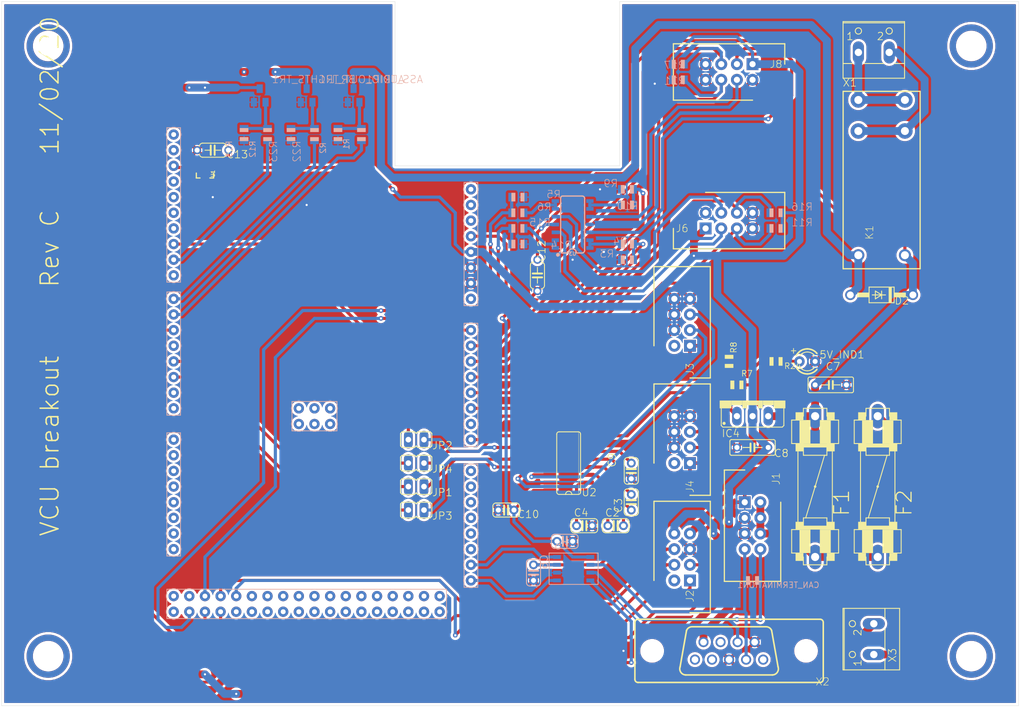
<source format=kicad_pcb>
(kicad_pcb (version 20171130) (host pcbnew 5.1.10)
  (layers (0 Top signal) (31 Bottom signal) (34 B.Paste user) (35 F.Paste user) (36 B.SilkS user) (37 F.SilkS user) (38 B.Mask user) (39 F.Mask user) (44 Edge.Cuts user))
  (net 0 "")
  (net 1 GND)
  (net 2 CANL)
  (net 3 CANH)
  (net 4 5V)
  (net 5 12V)
  (net 6 3.3V)
  (net 7 MC_1_THROTTLE_INPUT)
  (net 8 MC_1_RXD)
  (net 9 MC_1_TXD)
  (net 10 MC_2_RXD)
  (net 11 MC_2_TXD)
  (net 12 MC_2_THROTTLE_INPUT)
  (net 13 ASS1)
  (net 14 ASS2)
  (net 15 AUDIO_OUT)
  (net 16 BRAKE_LIGHTS_OUT)
  (net 17 BRAKE_LIGHTS-)
  (net 18 BR_PRESS_2)
  (net 19 PRESSURE_R_SIG_OUT)
  (net 20 PRESSURE_L_SIG_OUT)
  (net 21 PRESSURE_R_SIG_IN)
  (net 22 PRESSURE_L_SIG_IN)
  (net 23 TEMP_R_IN)
  (net 24 TEMP_L_IN)
  (net 25 AIR_C_1)
  (net 26 AIR_C_2)
  (net 27 AIR_C_3)
  (net 28 TSAL_STATE)
  (net 29 AUDIO_OUT-)
  (net 30 TEMP_L_OUT)
  (net 31 TEMP_R_OUT)
  (net 32 "Net-(X2-Pad8)")
  (net 33 "Net-(X2-Pad5)")
  (net 34 "Net-(X2-Pad4)")
  (net 35 "Net-(X2-Pad1)")
  (net 36 /INPUTS/12V_BATTERY)
  (net 37 "Net-(J2-Pad2)")
  (net 38 /INPUTS/BRAKE_LIGHTS+)
  (net 39 /INPUTS/PRESSURE_L_SIG_OUT_UNREG)
  (net 40 /INPUTS/PRESSURE_L_SIG_IN_UNREG)
  (net 41 /INPUTS/PRESSURE_R_SIG_OUT_UNREG)
  (net 42 /INPUTS/PRESSURE_R_SIG_IN_UNREG)
  (net 43 "Net-(R4-Pad2)")
  (net 44 "Net-(R10-Pad2)")
  (net 45 "Net-(R6-Pad2)")
  (net 46 "Net-(R15-Pad2)")
  (net 47 "Net-(IC4-Pad1)")
  (net 48 "Net-(U$1-PadJ506-5)")
  (net 49 "Net-(U$1-PadJ506-4)")
  (net 50 "Net-(U$1-PadJ506-3)")
  (net 51 "Net-(U$1-PadJ506-2)")
  (net 52 "Net-(U$1-PadJ506-1)")
  (net 53 "Net-(U$1-PadJ506-0)")
  (net 54 "Net-(U$1-PadJ5009)")
  (net 55 /MICROCONTROLLER/MCU_2_RXD)
  (net 56 "Net-(U$1-PadJ5006)")
  (net 57 "Net-(U$1-PadJ5005)")
  (net 58 "Net-(U$1-PadJ5004)")
  (net 59 "Net-(U$1-PadJ5003)")
  (net 60 "Net-(U$1-PadJ5002)")
  (net 61 "Net-(U$1-PadJ5001)")
  (net 62 "Net-(U$1-PadJ5000)")
  (net 63 "Net-(U$1-PadJ5037)")
  (net 64 "Net-(U$1-PadJ5036)")
  (net 65 /MICROCONTROLLER/MCU_1_RXD)
  (net 66 /MICROCONTROLLER/MCU_1_TXD)
  (net 67 "Net-(U$1-PadJ5033)")
  (net 68 /MICROCONTROLLER/CAN_STANDBY)
  (net 69 "Net-(R1-Pad1)")
  (net 70 "Net-(U$1-PadJ5057)")
  (net 71 "Net-(U$1-PadJ5056)")
  (net 72 "Net-(U$1-PadJ5055)")
  (net 73 "Net-(U$1-PadJ5054)")
  (net 74 "Net-(U$1-PadJ5053)")
  (net 75 "Net-(U$1-PadJ5052)")
  (net 76 "Net-(U$1-PadJ5051)")
  (net 77 "Net-(U$1-PadJ5050)")
  (net 78 "Net-(U$1-PadJ50735)")
  (net 79 "Net-(U$1-PadJ50731)")
  (net 80 "Net-(U$1-PadJ50730)")
  (net 81 "Net-(U$1-PadJ50729)")
  (net 82 "Net-(U$1-PadJ50728)")
  (net 83 "Net-(U$1-PadJ50727)")
  (net 84 "Net-(U$1-PadJ50726)")
  (net 85 "Net-(U$1-PadJ50725)")
  (net 86 "Net-(U$1-PadJ50724)")
  (net 87 "Net-(U$1-PadJ50723)")
  (net 88 "Net-(U$1-PadJ50722)")
  (net 89 "Net-(U$1-PadJ50721)")
  (net 90 "Net-(U$1-PadJ50720)")
  (net 91 "Net-(U$1-PadJ50719)")
  (net 92 "Net-(U$1-PadJ50718)")
  (net 93 "Net-(U$1-PadJ50717)")
  (net 94 "Net-(U$1-PadJ50716)")
  (net 95 "Net-(U$1-PadJ50715)")
  (net 96 "Net-(U$1-PadJ50714)")
  (net 97 "Net-(U$1-PadJ50713)")
  (net 98 "Net-(U$1-PadJ50712)")
  (net 99 "Net-(U$1-PadJ50711)")
  (net 100 "Net-(U$1-PadJ50710)")
  (net 101 "Net-(U$1-PadJ5079)")
  (net 102 "Net-(U$1-PadJ5078)")
  (net 103 "Net-(U$1-PadJ5077)")
  (net 104 "Net-(U$1-PadJ5076)")
  (net 105 "Net-(U$1-PadJ5075)")
  (net 106 "Net-(U$1-PadJ5071)")
  (net 107 "Net-(U$1-PadJ5070)")
  (net 108 "Net-(U$1-PadJ5017)")
  (net 109 "Net-(U$1-PadJ5012)")
  (net 110 "Net-(U$1-PadJ5011)")
  (net 111 "Net-(U$1-PadJ5010)")
  (net 112 /MICROCONTROLLER/MCU_2_TXD)
  (net 113 /MICROCONTROLLER/TXD)
  (net 114 /MICROCONTROLLER/RXD)
  (net 115 "Net-(U$1-PadJ5043)")
  (net 116 "Net-(U$1-PadJ5042)")
  (net 117 "Net-(U$1-PadJ5041)")
  (net 118 "Net-(U$1-PadJ5040)")
  (net 119 "Net-(JP4-Pad1)")
  (net 120 "Net-(JP2-Pad1)")
  (net 121 "Net-(JP1-Pad1)")
  (net 122 "Net-(C9-Pad1)")
  (net 123 "Net-(JP3-Pad1)")
  (net 124 "Net-(C3-Pad2)")
  (net 125 "Net-(C3-Pad1)")
  (net 126 "Net-(C2-Pad2)")
  (net 127 "Net-(C4-Pad1)")
  (net 128 "Net-(C2-Pad1)")
  (net 129 "Net-(J3-Pad2)")
  (net 130 "Net-(J4-Pad2)")
  (net 131 "Net-(BR_LIGHTS_TR1-Pad1)")
  (net 132 "Net-(5V_IND1-PadA)")
  (net 133 "Net-(ASS_TRIP1-Pad1)")
  (net 134 "Net-(ASS_TRIP1-Pad3)")
  (net 135 "Net-(AUDIO_OUT_TR1-Pad1)")
  (module "" (layer Top) (at 73.4511 154.1536)
    (fp_text reference @HOLE0 hide)
    (fp_text value "" (at 0 0) (layer F.SilkS) (effects (font (size 1.27 1.27))))
    (pad "" np_thru_hole circle (at 0 0) (size 3 3) (drill 3) (layers *.Cu *.Mask))
  )
  (module "" (layer Top) (at 73.4511 55.1536)
    (fp_text reference @HOLE1 hide)
    (fp_text value "" (at 0 0) (layer F.SilkS) (effects (font (size 1.27 1.27))))
    (pad "" np_thru_hole circle (at 0 0) (size 3 3) (drill 3) (layers *.Cu *.Mask))
  )
  (module "" (layer Top) (at 223.4511 55.1536)
    (fp_text reference @HOLE2 hide)
    (fp_text value "" (at 0 0) (layer F.SilkS) (effects (font (size 1.27 1.27))))
    (pad "" np_thru_hole circle (at 0 0) (size 3 3) (drill 3) (layers *.Cu *.Mask))
  )
  (module "" (layer Top) (at 223.4511 154.1536)
    (fp_text reference @HOLE3 hide)
    (fp_text value "" (at 0 0) (layer F.SilkS) (effects (font (size 1.27 1.27))))
    (pad "" np_thru_hole circle (at 0 0) (size 3 3) (drill 3) (layers *.Cu *.Mask))
  )
  (module VCU:H2M09ST (layer Top) (at 184.0611 153.2636 180)
    (fp_text reference X2 (at -13.97 -5.715) (layer F.SilkS) (effects (font (size 1.2065 1.2065) (thickness 0.09652)) (justify left bottom)))
    (fp_text value D-SUB9-H2M09ST)
    (pad "" np_thru_hole circle (at 12.4968 0 180) (size 3.048 3.048) (drill 3.048) (layers *.Cu *.Mask))
    (pad "" np_thru_hole circle (at -12.4968 0 180) (size 3.048 3.048) (drill 3.048) (layers *.Cu *.Mask))
    (pad 9 thru_hole circle (at 4.1529 1.4224 180) (size 1.6383 1.6383) (drill 1.0922) (layers *.Cu *.Mask) (net 4 5V))
    (pad 8 thru_hole circle (at 1.3843 1.4224 180) (size 1.6383 1.6383) (drill 1.0922) (layers *.Cu *.Mask) (net 32 "Net-(X2-Pad8)"))
    (pad 7 thru_hole circle (at -1.3843 1.4224 180) (size 1.6383 1.6383) (drill 1.0922) (layers *.Cu *.Mask) (net 3 CANH))
    (pad 6 thru_hole circle (at -4.1529 1.4224 180) (size 1.6383 1.6383) (drill 1.0922) (layers *.Cu *.Mask) (net 1 GND))
    (pad 5 thru_hole circle (at 5.5372 -1.4224 180) (size 1.6383 1.6383) (drill 1.0922) (layers *.Cu *.Mask) (net 33 "Net-(X2-Pad5)"))
    (pad 4 thru_hole circle (at 2.7686 -1.4224 180) (size 1.6383 1.6383) (drill 1.0922) (layers *.Cu *.Mask) (net 34 "Net-(X2-Pad4)"))
    (pad 3 thru_hole circle (at 0 -1.4224 180) (size 1.6383 1.6383) (drill 1.0922) (layers *.Cu *.Mask) (net 1 GND))
    (pad 2 thru_hole circle (at -2.7686 -1.4224 180) (size 1.6383 1.6383) (drill 1.0922) (layers *.Cu *.Mask) (net 2 CANL))
    (pad 1 thru_hole circle (at -5.5372 -1.4224 180) (size 1.6383 1.6383) (drill 1.0922) (layers *.Cu *.Mask) (net 35 "Net-(X2-Pad1)"))
  )
  (module VCU:R0805 (layer Bottom) (at 187.8711 141.8336)
    (fp_text reference CAN_TERMINATION1 (at -2.54 1.2954) (layer B.SilkS) (effects (font (size 0.94107 0.94107) (thickness 0.112928)) (justify right bottom mirror)))
    (fp_text value 120)
    (pad 2 smd rect (at 1 0) (size 1.1 1.4) (layers Bottom B.Paste B.Mask) (net 3 CANH))
    (pad 1 smd rect (at -1 0) (size 1.1 1.4) (layers Bottom B.Paste B.Mask) (net 2 CANL))
  )
  (module VCU:HDRV8W64P254_2X4_1778X895X915P (layer Top) (at 186.6011 129.1336 270)
    (fp_text reference J1 (at -3.81 -5.08 90) (layer F.SilkS) (effects (font (size 1.2065 1.2065) (thickness 0.09652))))
    (fp_text value "CAN + POWER")
    (pad 8 thru_hole circle (at 7.62 -2.54 270) (size 1.9304 1.9304) (drill 1) (layers *.Cu *.Mask) (net 3 CANH))
    (pad 7 thru_hole circle (at 7.62 0 270) (size 1.9304 1.9304) (drill 1) (layers *.Cu *.Mask) (net 2 CANL))
    (pad 6 thru_hole circle (at 5.08 -2.54 270) (size 1.9304 1.9304) (drill 1) (layers *.Cu *.Mask) (net 36 /INPUTS/12V_BATTERY))
    (pad 5 thru_hole circle (at 5.08 0 270) (size 1.9304 1.9304) (drill 1) (layers *.Cu *.Mask) (net 1 GND))
    (pad 4 thru_hole circle (at 2.54 -2.54 270) (size 1.9304 1.9304) (drill 1) (layers *.Cu *.Mask) (net 36 /INPUTS/12V_BATTERY))
    (pad 3 thru_hole circle (at 2.54 0 270) (size 1.9304 1.9304) (drill 1) (layers *.Cu *.Mask) (net 1 GND))
    (pad 2 thru_hole circle (at 0 -2.54 270) (size 1.9304 1.9304) (drill 1) (layers *.Cu *.Mask) (net 36 /INPUTS/12V_BATTERY))
    (pad 1 thru_hole rect (at 0 0 270) (size 1.9304 1.9304) (drill 1) (layers *.Cu *.Mask) (net 1 GND))
  )
  (module VCU:317TS (layer Top) (at 187.8711 112.6236)
    (fp_text reference IC4 (at -5.08 6.0452) (layer F.SilkS) (effects (font (size 1.2065 1.2065) (thickness 0.12065)) (justify left bottom)))
    (fp_text value LM317TS)
    (pad 3 thru_hole oval (at 2.54 2.54 90) (size 3.048 1.524) (drill 1.016) (layers *.Cu *.Mask) (net 5 12V))
    (pad 2 thru_hole oval (at 0 2.54 90) (size 3.048 1.524) (drill 1.016) (layers *.Cu *.Mask) (net 4 5V))
    (pad 1 thru_hole oval (at -2.54 2.54 90) (size 3.048 1.524) (drill 1.016) (layers *.Cu *.Mask) (net 47 "Net-(IC4-Pad1)"))
  )
  (module VCU:R0805 (layer Top) (at 185.3311 110.0836)
    (fp_text reference R7 (at 0.635 -1.2954) (layer F.SilkS) (effects (font (size 0.94107 0.94107) (thickness 0.112928)) (justify left bottom)))
    (fp_text value 240)
    (pad 2 smd rect (at 1 0) (size 1.1 1.4) (layers Top F.Paste F.Mask) (net 4 5V))
    (pad 1 smd rect (at -1 0) (size 1.1 1.4) (layers Top F.Paste F.Mask) (net 47 "Net-(IC4-Pad1)"))
  )
  (module VCU:R0805 (layer Top) (at 184.0611 106.2736 270)
    (fp_text reference R8 (at -1.27 -1.2954 90) (layer F.SilkS) (effects (font (size 0.94107 0.94107) (thickness 0.112928)) (justify left bottom)))
    (fp_text value 723)
    (pad 2 smd rect (at 1 0 270) (size 1.1 1.4) (layers Top F.Paste F.Mask) (net 47 "Net-(IC4-Pad1)"))
    (pad 1 smd rect (at -1 0 270) (size 1.1 1.4) (layers Top F.Paste F.Mask) (net 1 GND))
  )
  (module VCU:C050-025X075 (layer Top) (at 200.5711 110.0836)
    (fp_text reference C7 (at -0.889 -2.286) (layer F.SilkS) (effects (font (size 1.2065 1.2065) (thickness 0.12065)) (justify left bottom)))
    (fp_text value 0.1uF)
    (pad 2 thru_hole circle (at 2.54 0) (size 1.3208 1.3208) (drill 0.8128) (layers *.Cu *.Mask) (net 1 GND))
    (pad 1 thru_hole circle (at -2.54 0) (size 1.3208 1.3208) (drill 0.8128) (layers *.Cu *.Mask) (net 5 12V))
  )
  (module VCU:C050-025X075 (layer Top) (at 187.8711 120.2436 180)
    (fp_text reference C8 (at -3.429 -1.651) (layer F.SilkS) (effects (font (size 1.2065 1.2065) (thickness 0.12065)) (justify left bottom)))
    (fp_text value 1uF)
    (pad 2 thru_hole circle (at 2.54 0 180) (size 1.3208 1.3208) (drill 0.8128) (layers *.Cu *.Mask) (net 1 GND))
    (pad 1 thru_hole circle (at -2.54 0 180) (size 1.3208 1.3208) (drill 0.8128) (layers *.Cu *.Mask) (net 4 5V))
  )
  (module VCU:HDRV8W64P254_2X4_1778X895X915P (layer Top) (at 177.7111 103.7336 90)
    (fp_text reference J3 (at -3.81 0 90) (layer F.SilkS) (effects (font (size 1.2065 1.2065) (thickness 0.09652))))
    (fp_text value MC_LEFT)
    (pad 8 thru_hole circle (at 7.62 -2.54 90) (size 1.9304 1.9304) (drill 1) (layers *.Cu *.Mask) (net 1 GND))
    (pad 7 thru_hole circle (at 7.62 0 90) (size 1.9304 1.9304) (drill 1) (layers *.Cu *.Mask) (net 1 GND))
    (pad 6 thru_hole circle (at 5.08 -2.54 90) (size 1.9304 1.9304) (drill 1) (layers *.Cu *.Mask) (net 1 GND))
    (pad 5 thru_hole circle (at 5.08 0 90) (size 1.9304 1.9304) (drill 1) (layers *.Cu *.Mask) (net 9 MC_1_TXD))
    (pad 4 thru_hole circle (at 2.54 -2.54 90) (size 1.9304 1.9304) (drill 1) (layers *.Cu *.Mask) (net 1 GND))
    (pad 3 thru_hole circle (at 2.54 0 90) (size 1.9304 1.9304) (drill 1) (layers *.Cu *.Mask) (net 8 MC_1_RXD))
    (pad 2 thru_hole circle (at 0 -2.54 90) (size 1.9304 1.9304) (drill 1) (layers *.Cu *.Mask) (net 129 "Net-(J3-Pad2)"))
    (pad 1 thru_hole rect (at 0 0 90) (size 1.9304 1.9304) (drill 1) (layers *.Cu *.Mask) (net 1 GND))
  )
  (module VCU:HDRV8W64P254_2X4_1778X895X915P (layer Top) (at 177.7111 122.7836 90)
    (fp_text reference J4 (at -3.81 0 90) (layer F.SilkS) (effects (font (size 1.2065 1.2065) (thickness 0.09652))))
    (fp_text value MC_RIGHT)
    (pad 8 thru_hole circle (at 7.62 -2.54 90) (size 1.9304 1.9304) (drill 1) (layers *.Cu *.Mask) (net 1 GND))
    (pad 7 thru_hole circle (at 7.62 0 90) (size 1.9304 1.9304) (drill 1) (layers *.Cu *.Mask) (net 1 GND))
    (pad 6 thru_hole circle (at 5.08 -2.54 90) (size 1.9304 1.9304) (drill 1) (layers *.Cu *.Mask) (net 1 GND))
    (pad 5 thru_hole circle (at 5.08 0 90) (size 1.9304 1.9304) (drill 1) (layers *.Cu *.Mask) (net 11 MC_2_TXD))
    (pad 4 thru_hole circle (at 2.54 -2.54 90) (size 1.9304 1.9304) (drill 1) (layers *.Cu *.Mask) (net 1 GND))
    (pad 3 thru_hole circle (at 2.54 0 90) (size 1.9304 1.9304) (drill 1) (layers *.Cu *.Mask) (net 10 MC_2_RXD))
    (pad 2 thru_hole circle (at 0 -2.54 90) (size 1.9304 1.9304) (drill 1) (layers *.Cu *.Mask) (net 130 "Net-(J4-Pad2)"))
    (pad 1 thru_hole rect (at 0 0 90) (size 1.9304 1.9304) (drill 1) (layers *.Cu *.Mask) (net 1 GND))
  )
  (module VCU:SAME70-XPLD (layer Bottom) (at 142.1511 141.8336 180)
    (fp_text reference U$1 hide)
    (fp_text value SAME70-XPLD hide)
    (pad J506-5 thru_hole circle (at 27.94 25.4) (size 1.6764 1.6764) (drill 0.8) (layers *.Cu *.Mask) (net 48 "Net-(U$1-PadJ506-5)"))
    (pad J506-4 thru_hole circle (at 25.4 25.4) (size 1.6764 1.6764) (drill 0.8) (layers *.Cu *.Mask) (net 49 "Net-(U$1-PadJ506-4)"))
    (pad J506-3 thru_hole circle (at 22.86 25.4) (size 1.6764 1.6764) (drill 0.8) (layers *.Cu *.Mask) (net 50 "Net-(U$1-PadJ506-3)"))
    (pad J506-2 thru_hole circle (at 22.86 27.94) (size 1.6764 1.6764) (drill 0.8) (layers *.Cu *.Mask) (net 51 "Net-(U$1-PadJ506-2)"))
    (pad J506-1 thru_hole circle (at 25.4 27.94) (size 1.6764 1.6764) (drill 0.8) (layers *.Cu *.Mask) (net 52 "Net-(U$1-PadJ506-1)"))
    (pad J506-0 thru_hole circle (at 27.94 27.94) (size 1.6764 1.6764) (drill 0.8) (layers *.Cu *.Mask) (net 53 "Net-(U$1-PadJ506-0)"))
    (pad J5009 thru_hole circle (at 48.26 49.53 180) (size 1.6764 1.6764) (drill 0.8) (layers *.Cu *.Mask) (net 54 "Net-(U$1-PadJ5009)"))
    (pad J5008 thru_hole circle (at 48.26 52.07 180) (size 1.6764 1.6764) (drill 0.8) (layers *.Cu *.Mask) (net 16 BRAKE_LIGHTS_OUT))
    (pad J5007 thru_hole circle (at 48.26 54.61 180) (size 1.6764 1.6764) (drill 0.8) (layers *.Cu *.Mask) (net 55 /MICROCONTROLLER/MCU_2_RXD))
    (pad J5006 thru_hole circle (at 48.26 57.15 180) (size 1.6764 1.6764) (drill 0.8) (layers *.Cu *.Mask) (net 56 "Net-(U$1-PadJ5006)"))
    (pad J5005 thru_hole circle (at 48.26 59.69 180) (size 1.6764 1.6764) (drill 0.8) (layers *.Cu *.Mask) (net 57 "Net-(U$1-PadJ5005)"))
    (pad J5004 thru_hole circle (at 48.26 62.23 180) (size 1.6764 1.6764) (drill 0.8) (layers *.Cu *.Mask) (net 58 "Net-(U$1-PadJ5004)"))
    (pad J5003 thru_hole circle (at 48.26 64.77 180) (size 1.6764 1.6764) (drill 0.8) (layers *.Cu *.Mask) (net 59 "Net-(U$1-PadJ5003)"))
    (pad J5002 thru_hole circle (at 48.26 67.31 180) (size 1.6764 1.6764) (drill 0.8) (layers *.Cu *.Mask) (net 60 "Net-(U$1-PadJ5002)"))
    (pad J5001 thru_hole circle (at 48.26 69.85 180) (size 1.6764 1.6764) (drill 0.8) (layers *.Cu *.Mask) (net 61 "Net-(U$1-PadJ5001)"))
    (pad J5000 thru_hole circle (at 48.26 72.39 180) (size 1.6764 1.6764) (drill 0.8) (layers *.Cu *.Mask) (net 62 "Net-(U$1-PadJ5000)"))
    (pad J5037 thru_hole circle (at 48.26 27.94 180) (size 1.6764 1.6764) (drill 0.8) (layers *.Cu *.Mask) (net 63 "Net-(U$1-PadJ5037)"))
    (pad J5036 thru_hole circle (at 48.26 30.48 180) (size 1.6764 1.6764) (drill 0.8) (layers *.Cu *.Mask) (net 64 "Net-(U$1-PadJ5036)"))
    (pad J5035 thru_hole circle (at 48.26 33.02 180) (size 1.6764 1.6764) (drill 0.8) (layers *.Cu *.Mask) (net 65 /MICROCONTROLLER/MCU_1_RXD))
    (pad J5034 thru_hole circle (at 48.26 35.56 180) (size 1.6764 1.6764) (drill 0.8) (layers *.Cu *.Mask) (net 66 /MICROCONTROLLER/MCU_1_TXD))
    (pad J5033 thru_hole circle (at 48.26 38.1 180) (size 1.6764 1.6764) (drill 0.8) (layers *.Cu *.Mask) (net 67 "Net-(U$1-PadJ5033)"))
    (pad J5032 thru_hole circle (at 48.26 40.64 180) (size 1.6764 1.6764) (drill 0.8) (layers *.Cu *.Mask) (net 68 /MICROCONTROLLER/CAN_STANDBY))
    (pad J5031 thru_hole circle (at 48.26 43.18 180) (size 1.6764 1.6764) (drill 0.8) (layers *.Cu *.Mask) (net 69 "Net-(R1-Pad1)"))
    (pad J5030 thru_hole circle (at 48.26 45.72 180) (size 1.6764 1.6764) (drill 0.8) (layers *.Cu *.Mask) (net 15 AUDIO_OUT))
    (pad J5057 thru_hole circle (at 48.26 5.08 180) (size 1.6764 1.6764) (drill 0.8) (layers *.Cu *.Mask) (net 70 "Net-(U$1-PadJ5057)"))
    (pad J5056 thru_hole circle (at 48.26 7.62 180) (size 1.6764 1.6764) (drill 0.8) (layers *.Cu *.Mask) (net 71 "Net-(U$1-PadJ5056)"))
    (pad J5055 thru_hole circle (at 48.26 10.16 180) (size 1.6764 1.6764) (drill 0.8) (layers *.Cu *.Mask) (net 72 "Net-(U$1-PadJ5055)"))
    (pad J5054 thru_hole circle (at 48.26 12.7 180) (size 1.6764 1.6764) (drill 0.8) (layers *.Cu *.Mask) (net 73 "Net-(U$1-PadJ5054)"))
    (pad J5053 thru_hole circle (at 48.26 15.24 180) (size 1.6764 1.6764) (drill 0.8) (layers *.Cu *.Mask) (net 74 "Net-(U$1-PadJ5053)"))
    (pad J5052 thru_hole circle (at 48.26 17.78 180) (size 1.6764 1.6764) (drill 0.8) (layers *.Cu *.Mask) (net 75 "Net-(U$1-PadJ5052)"))
    (pad J5051 thru_hole circle (at 48.26 20.32 180) (size 1.6764 1.6764) (drill 0.8) (layers *.Cu *.Mask) (net 76 "Net-(U$1-PadJ5051)"))
    (pad J5050 thru_hole circle (at 48.26 22.86 180) (size 1.6764 1.6764) (drill 0.8) (layers *.Cu *.Mask) (net 77 "Net-(U$1-PadJ5050)"))
    (pad J50735 thru_hole circle (at 48.26 -5.08 180) (size 1.6764 1.6764) (drill 0.8) (layers *.Cu *.Mask) (net 78 "Net-(U$1-PadJ50735)"))
    (pad J50734 thru_hole circle (at 45.72 -5.08 270) (size 1.6764 1.6764) (drill 0.8) (layers *.Cu *.Mask) (net 20 PRESSURE_L_SIG_OUT))
    (pad J50733 thru_hole circle (at 43.18 -5.08 270) (size 1.6764 1.6764) (drill 0.8) (layers *.Cu *.Mask) (net 25 AIR_C_1))
    (pad J50732 thru_hole circle (at 40.64 -5.08 270) (size 1.6764 1.6764) (drill 0.8) (layers *.Cu *.Mask) (net 26 AIR_C_2))
    (pad J50731 thru_hole circle (at 38.1 -5.08 270) (size 1.6764 1.6764) (drill 0.8) (layers *.Cu *.Mask) (net 79 "Net-(U$1-PadJ50731)"))
    (pad J50730 thru_hole circle (at 35.56 -5.08 270) (size 1.6764 1.6764) (drill 0.8) (layers *.Cu *.Mask) (net 80 "Net-(U$1-PadJ50730)"))
    (pad J50729 thru_hole circle (at 33.02 -5.08 270) (size 1.6764 1.6764) (drill 0.8) (layers *.Cu *.Mask) (net 81 "Net-(U$1-PadJ50729)"))
    (pad J50728 thru_hole circle (at 30.48 -5.08 270) (size 1.6764 1.6764) (drill 0.8) (layers *.Cu *.Mask) (net 82 "Net-(U$1-PadJ50728)"))
    (pad J50727 thru_hole circle (at 27.94 -5.08 270) (size 1.6764 1.6764) (drill 0.8) (layers *.Cu *.Mask) (net 83 "Net-(U$1-PadJ50727)"))
    (pad J50726 thru_hole circle (at 25.4 -5.08 270) (size 1.6764 1.6764) (drill 0.8) (layers *.Cu *.Mask) (net 84 "Net-(U$1-PadJ50726)"))
    (pad J50725 thru_hole circle (at 22.86 -5.08 270) (size 1.6764 1.6764) (drill 0.8) (layers *.Cu *.Mask) (net 85 "Net-(U$1-PadJ50725)"))
    (pad J50724 thru_hole circle (at 20.32 -5.08 180) (size 1.6764 1.6764) (drill 0.8) (layers *.Cu *.Mask) (net 86 "Net-(U$1-PadJ50724)"))
    (pad J50723 thru_hole circle (at 17.78 -5.08 270) (size 1.6764 1.6764) (drill 0.8) (layers *.Cu *.Mask) (net 87 "Net-(U$1-PadJ50723)"))
    (pad J50722 thru_hole circle (at 15.24 -5.08 270) (size 1.6764 1.6764) (drill 0.8) (layers *.Cu *.Mask) (net 88 "Net-(U$1-PadJ50722)"))
    (pad J50721 thru_hole circle (at 12.7 -5.08 270) (size 1.6764 1.6764) (drill 0.8) (layers *.Cu *.Mask) (net 89 "Net-(U$1-PadJ50721)"))
    (pad J50720 thru_hole circle (at 10.16 -5.08 270) (size 1.6764 1.6764) (drill 0.8) (layers *.Cu *.Mask) (net 90 "Net-(U$1-PadJ50720)"))
    (pad J50719 thru_hole circle (at 7.62 -5.08 270) (size 1.6764 1.6764) (drill 0.8) (layers *.Cu *.Mask) (net 91 "Net-(U$1-PadJ50719)"))
    (pad J50718 thru_hole circle (at 5.08 -5.08 270) (size 1.6764 1.6764) (drill 0.8) (layers *.Cu *.Mask) (net 92 "Net-(U$1-PadJ50718)"))
    (pad J50717 thru_hole circle (at 5.08 -2.54 270) (size 1.6764 1.6764) (drill 0.8) (layers *.Cu *.Mask) (net 93 "Net-(U$1-PadJ50717)"))
    (pad J50716 thru_hole circle (at 7.62 -2.54 180) (size 1.6764 1.6764) (drill 0.8) (layers *.Cu *.Mask) (net 94 "Net-(U$1-PadJ50716)"))
    (pad J50715 thru_hole circle (at 10.16 -2.54 270) (size 1.6764 1.6764) (drill 0.8) (layers *.Cu *.Mask) (net 95 "Net-(U$1-PadJ50715)"))
    (pad J50714 thru_hole circle (at 12.7 -2.54 270) (size 1.6764 1.6764) (drill 0.8) (layers *.Cu *.Mask) (net 96 "Net-(U$1-PadJ50714)"))
    (pad J50713 thru_hole circle (at 15.24 -2.54 270) (size 1.6764 1.6764) (drill 0.8) (layers *.Cu *.Mask) (net 97 "Net-(U$1-PadJ50713)"))
    (pad J50712 thru_hole circle (at 17.78 -2.54 270) (size 1.6764 1.6764) (drill 0.8) (layers *.Cu *.Mask) (net 98 "Net-(U$1-PadJ50712)"))
    (pad J50711 thru_hole circle (at 20.32 -2.54 270) (size 1.6764 1.6764) (drill 0.8) (layers *.Cu *.Mask) (net 99 "Net-(U$1-PadJ50711)"))
    (pad J50710 thru_hole circle (at 22.86 -2.54 270) (size 1.6764 1.6764) (drill 0.8) (layers *.Cu *.Mask) (net 100 "Net-(U$1-PadJ50710)"))
    (pad J5079 thru_hole circle (at 25.4 -2.54 270) (size 1.6764 1.6764) (drill 0.8) (layers *.Cu *.Mask) (net 101 "Net-(U$1-PadJ5079)"))
    (pad J5078 thru_hole circle (at 27.94 -2.54 270) (size 1.6764 1.6764) (drill 0.8) (layers *.Cu *.Mask) (net 102 "Net-(U$1-PadJ5078)"))
    (pad J5077 thru_hole circle (at 30.48 -2.54 270) (size 1.6764 1.6764) (drill 0.8) (layers *.Cu *.Mask) (net 103 "Net-(U$1-PadJ5077)"))
    (pad J5076 thru_hole circle (at 33.02 -2.54 270) (size 1.6764 1.6764) (drill 0.8) (layers *.Cu *.Mask) (net 104 "Net-(U$1-PadJ5076)"))
    (pad J5075 thru_hole circle (at 35.56 -2.54 270) (size 1.6764 1.6764) (drill 0.8) (layers *.Cu *.Mask) (net 105 "Net-(U$1-PadJ5075)"))
    (pad J5074 thru_hole circle (at 38.1 -2.54 270) (size 1.6764 1.6764) (drill 0.8) (layers *.Cu *.Mask) (net 28 TSAL_STATE))
    (pad J5073 thru_hole circle (at 40.64 -2.54 180) (size 1.6764 1.6764) (drill 0.8) (layers *.Cu *.Mask) (net 27 AIR_C_3))
    (pad J5072 thru_hole circle (at 43.18 -2.54 131.7) (size 1.6764 1.6764) (drill 0.8) (layers *.Cu *.Mask) (net 22 PRESSURE_L_SIG_IN))
    (pad J5071 thru_hole circle (at 45.72 -2.54 270) (size 1.6764 1.6764) (drill 0.8) (layers *.Cu *.Mask) (net 106 "Net-(U$1-PadJ5071)"))
    (pad J5070 thru_hole circle (at 48.26 -2.54 270) (size 1.6764 1.6764) (drill 0.8) (layers *.Cu *.Mask) (net 107 "Net-(U$1-PadJ5070)"))
    (pad J5017 thru_hole circle (at 0 45.72 180) (size 1.6764 1.6764) (drill 0.8) (layers *.Cu *.Mask) (net 108 "Net-(U$1-PadJ5017)"))
    (pad J5016 thru_hole circle (at 0 48.26 180) (size 1.6764 1.6764) (drill 0.8) (layers *.Cu *.Mask) (net 1 GND))
    (pad J5015 thru_hole circle (at 0 50.8 180) (size 1.6764 1.6764) (drill 0.8) (layers *.Cu *.Mask) (net 1 GND))
    (pad J5014 thru_hole circle (at 0 53.34 180) (size 1.6764 1.6764) (drill 0.8) (layers *.Cu *.Mask) (net 4 5V))
    (pad J5013 thru_hole circle (at 0 55.88 180) (size 1.6764 1.6764) (drill 0.8) (layers *.Cu *.Mask) (net 6 3.3V))
    (pad J5012 thru_hole circle (at 0 58.42 180) (size 1.6764 1.6764) (drill 0.8) (layers *.Cu *.Mask) (net 109 "Net-(U$1-PadJ5012)"))
    (pad J5011 thru_hole circle (at 0 60.96 180) (size 1.6764 1.6764) (drill 0.8) (layers *.Cu *.Mask) (net 110 "Net-(U$1-PadJ5011)"))
    (pad J5010 thru_hole circle (at 0 63.5 180) (size 1.6764 1.6764) (drill 0.8) (layers *.Cu *.Mask) (net 111 "Net-(U$1-PadJ5010)"))
    (pad J5027 thru_hole circle (at 0 22.86 180) (size 1.6764 1.6764) (drill 0.8) (layers *.Cu *.Mask) (net 24 TEMP_L_IN))
    (pad J5026 thru_hole circle (at 0 25.4 180) (size 1.6764 1.6764) (drill 0.8) (layers *.Cu *.Mask) (net 18 BR_PRESS_2))
    (pad J5025 thru_hole circle (at 0 27.94 180) (size 1.6764 1.6764) (drill 0.8) (layers *.Cu *.Mask) (net 30 TEMP_L_OUT))
    (pad J5024 thru_hole circle (at 0 30.48 180) (size 1.6764 1.6764) (drill 0.8) (layers *.Cu *.Mask) (net 31 TEMP_R_OUT))
    (pad J5023 thru_hole circle (at 0 33.02 180) (size 1.6764 1.6764) (drill 0.8) (layers *.Cu *.Mask) (net 21 PRESSURE_R_SIG_IN))
    (pad J5022 thru_hole circle (at 0 35.56 180) (size 1.6764 1.6764) (drill 0.8) (layers *.Cu *.Mask) (net 19 PRESSURE_R_SIG_OUT))
    (pad J5021 thru_hole circle (at 0 38.1 180) (size 1.6764 1.6764) (drill 0.8) (layers *.Cu *.Mask) (net 23 TEMP_R_IN))
    (pad J5020 thru_hole circle (at 0 40.64 180) (size 1.6764 1.6764) (drill 0.8) (layers *.Cu *.Mask) (net 112 /MICROCONTROLLER/MCU_2_TXD))
    (pad J5047 thru_hole circle (at 0 0 180) (size 1.6764 1.6764) (drill 0.8) (layers *.Cu *.Mask) (net 113 /MICROCONTROLLER/TXD))
    (pad J5046 thru_hole circle (at 0 2.54 180) (size 1.6764 1.6764) (drill 0.8) (layers *.Cu *.Mask) (net 114 /MICROCONTROLLER/RXD))
    (pad J5045 thru_hole circle (at 0 5.08 180) (size 1.6764 1.6764) (drill 0.8) (layers *.Cu *.Mask) (net 12 MC_2_THROTTLE_INPUT))
    (pad J5044 thru_hole circle (at 0 7.62 180) (size 1.6764 1.6764) (drill 0.8) (layers *.Cu *.Mask) (net 7 MC_1_THROTTLE_INPUT))
    (pad J5043 thru_hole circle (at 0 10.16 180) (size 1.6764 1.6764) (drill 0.8) (layers *.Cu *.Mask) (net 115 "Net-(U$1-PadJ5043)"))
    (pad J5042 thru_hole circle (at 0 12.7 180) (size 1.6764 1.6764) (drill 0.8) (layers *.Cu *.Mask) (net 116 "Net-(U$1-PadJ5042)"))
    (pad J5041 thru_hole circle (at 0 15.24 180) (size 1.6764 1.6764) (drill 0.8) (layers *.Cu *.Mask) (net 117 "Net-(U$1-PadJ5041)"))
    (pad J5040 thru_hole circle (at 0 17.78 180) (size 1.6764 1.6764) (drill 0.8) (layers *.Cu *.Mask) (net 118 "Net-(U$1-PadJ5040)"))
  )
  (module VCU:TCAN1042 (layer Bottom) (at 149.7711 139.2936)
    (fp_text reference U$3 hide)
    (fp_text value TCAN1042 hide)
    (pad PIN_7 smd rect (at 11.7602 2.54) (size 1.27 0.635) (layers Bottom B.Paste B.Mask) (net 68 /MICROCONTROLLER/CAN_STANDBY))
    (pad PIN_6 smd rect (at 11.7602 1.27) (size 1.27 0.635) (layers Bottom B.Paste B.Mask) (net 3 CANH))
    (pad PIN_5 smd rect (at 11.7602 0) (size 1.27 0.635) (layers Bottom B.Paste B.Mask) (net 2 CANL))
    (pad PIN_4 smd rect (at 11.7602 -1.27) (size 1.27 0.635) (layers Bottom B.Paste B.Mask) (net 6 3.3V))
    (pad PIN_3 smd rect (at 6.35 -1.27) (size 1.27 0.635) (layers Bottom B.Paste B.Mask) (net 114 /MICROCONTROLLER/RXD))
    (pad PIN_2 smd rect (at 6.35 0) (size 1.27 0.635) (layers Bottom B.Paste B.Mask) (net 4 5V))
    (pad PIN_1 smd rect (at 6.35 1.27) (size 1.27 0.635) (layers Bottom B.Paste B.Mask) (net 1 GND))
    (pad PIN_0 smd rect (at 6.35 2.54) (size 1.27 0.635) (layers Bottom B.Paste B.Mask) (net 113 /MICROCONTROLLER/TXD))
  )
  (module VCU:C025-024X044 (layer Bottom) (at 157.3911 135.4836)
    (fp_text reference C5 (at -1.778 1.397) (layer B.SilkS) (effects (font (size 1.2065 1.2065) (thickness 0.12065)) (justify right bottom mirror)))
    (fp_text value 0.1uF)
    (pad 2 thru_hole circle (at 1.27 0) (size 1.4224 1.4224) (drill 0.8128) (layers *.Cu *.Mask) (net 1 GND))
    (pad 1 thru_hole circle (at -1.27 0) (size 1.4224 1.4224) (drill 0.8128) (layers *.Cu *.Mask) (net 6 3.3V))
  )
  (module VCU:C025-024X044 (layer Bottom) (at 152.3111 140.5636 270)
    (fp_text reference C6 (at -0.508 -2.413 90) (layer B.SilkS) (effects (font (size 1.2065 1.2065) (thickness 0.12065)) (justify right bottom mirror)))
    (fp_text value 0.1uF)
    (pad 2 thru_hole circle (at 1.27 0 270) (size 1.4224 1.4224) (drill 0.8128) (layers *.Cu *.Mask) (net 1 GND))
    (pad 1 thru_hole circle (at -1.27 0 270) (size 1.4224 1.4224) (drill 0.8128) (layers *.Cu *.Mask) (net 4 5V))
  )
  (module VCU:SOT23 (layer Bottom) (at 123.1011 63.0936 180)
    (fp_text reference ASS_TRIP1 (at -1.905 1.905) (layer B.SilkS) (effects (font (size 1.2065 1.2065) (thickness 0.09652)) (justify right bottom mirror)))
    (fp_text value IRLML2502GTRPBF)
    (pad 1 smd rect (at -0.95 -1.1 180) (size 1 1.4) (layers Bottom B.Paste B.Mask) (net 133 "Net-(ASS_TRIP1-Pad1)"))
    (pad 2 smd rect (at 0.95 -1.1 180) (size 1 1.4) (layers Bottom B.Paste B.Mask) (net 1 GND))
    (pad 3 smd rect (at 0 1.1 180) (size 1 1.4) (layers Bottom B.Paste B.Mask) (net 134 "Net-(ASS_TRIP1-Pad3)"))
  )
  (module VCU:RT2N_O (layer Top) (at 208.8261 76.4286 90)
    (fp_text reference K1 (at -10.16 -1.27 90) (layer F.SilkS) (effects (font (size 1.2065 1.2065) (thickness 0.09652)) (justify left bottom)))
    (fp_text value RT44?4)
    (pad 11 thru_hole circle (at 7.56 3.78 180) (size 2.5 2.5) (drill 1.3) (layers *.Cu *.Mask) (net 14 ASS2))
    (pad 24 thru_hole circle (at 12.6 -3.78 180) (size 2.5 2.5) (drill 1.3) (layers *.Cu *.Mask) (net 13 ASS1))
    (pad A2 thru_hole circle (at -12.6 -3.78 90) (size 1.95 1.95) (drill 1.3) (layers *.Cu *.Mask) (net 134 "Net-(ASS_TRIP1-Pad3)"))
    (pad A1 thru_hole circle (at -12.6 3.78 90) (size 1.95 1.95) (drill 1.3) (layers *.Cu *.Mask) (net 5 12V))
    (pad 14 thru_hole circle (at 12.6 3.78 180) (size 2.5 2.5) (drill 1.3) (layers *.Cu *.Mask) (net 13 ASS1))
    (pad 21 thru_hole circle (at 7.56 -3.78 180) (size 2.5 2.5) (drill 1.3) (layers *.Cu *.Mask) (net 14 ASS2))
  )
  (module VCU:R0805 (layer Bottom) (at 124.3711 69.4436 90)
    (fp_text reference R1 (at -2.54 -1.8796 90) (layer B.SilkS) (effects (font (size 0.94107 0.94107) (thickness 0.112928)) (justify right bottom mirror)))
    (fp_text value 1K)
    (pad 2 smd rect (at 1 0 90) (size 1.1 1.4) (layers Bottom B.Paste B.Mask) (net 133 "Net-(ASS_TRIP1-Pad1)"))
    (pad 1 smd rect (at -1 0 90) (size 1.1 1.4) (layers Bottom B.Paste B.Mask) (net 69 "Net-(R1-Pad1)"))
  )
  (module VCU:R0805 (layer Bottom) (at 120.5611 69.4436 90)
    (fp_text reference R2 (at -3.175 -1.8796 90) (layer B.SilkS) (effects (font (size 0.94107 0.94107) (thickness 0.112928)) (justify right bottom mirror)))
    (fp_text value 47K)
    (pad 2 smd rect (at 1 0 90) (size 1.1 1.4) (layers Bottom B.Paste B.Mask) (net 133 "Net-(ASS_TRIP1-Pad1)"))
    (pad 1 smd rect (at -1 0 90) (size 1.1 1.4) (layers Bottom B.Paste B.Mask) (net 1 GND))
  )
  (module VCU:HDRV8W64P254_2X4_1778X895X915P (layer Top) (at 177.7111 141.8336 90)
    (fp_text reference J2 (at -2.54 0 90) (layer F.SilkS) (effects (font (size 1.2065 1.2065) (thickness 0.09652))))
    (fp_text value "AIR Coil, TSAL, AUDIO")
    (pad 8 thru_hole circle (at 7.62 -2.54 90) (size 1.9304 1.9304) (drill 1) (layers *.Cu *.Mask) (net 29 AUDIO_OUT-))
    (pad 7 thru_hole circle (at 7.62 0 90) (size 1.9304 1.9304) (drill 1) (layers *.Cu *.Mask) (net 5 12V))
    (pad 6 thru_hole circle (at 5.08 -2.54 90) (size 1.9304 1.9304) (drill 1) (layers *.Cu *.Mask) (net 27 AIR_C_3))
    (pad 5 thru_hole circle (at 5.08 0 90) (size 1.9304 1.9304) (drill 1) (layers *.Cu *.Mask) (net 1 GND))
    (pad 4 thru_hole circle (at 2.54 -2.54 90) (size 1.9304 1.9304) (drill 1) (layers *.Cu *.Mask) (net 26 AIR_C_2))
    (pad 3 thru_hole circle (at 2.54 0 90) (size 1.9304 1.9304) (drill 1) (layers *.Cu *.Mask) (net 25 AIR_C_1))
    (pad 2 thru_hole circle (at 0 -2.54 90) (size 1.9304 1.9304) (drill 1) (layers *.Cu *.Mask) (net 37 "Net-(J2-Pad2)"))
    (pad 1 thru_hole rect (at 0 0 90) (size 1.9304 1.9304) (drill 1) (layers *.Cu *.Mask) (net 28 TSAL_STATE))
  )
  (module VCU:FUSE (layer Top) (at 198.0311 126.5936 90)
    (fp_text reference F1 (at -4.953 5.715 90) (layer F.SilkS) (effects (font (size 2.413 2.413) (thickness 0.19304)) (justify left bottom)))
    (fp_text value 1A)
    (pad 2 thru_hole oval (at 11.43 0 90) (size 3.9624 1.9812) (drill 1.3208) (layers *.Cu *.Mask) (net 5 12V))
    (pad 1 thru_hole oval (at -11.43 0 90) (size 3.9624 1.9812) (drill 1.3208) (layers *.Cu *.Mask) (net 36 /INPUTS/12V_BATTERY))
  )
  (module VCU:LED3MM (layer Top) (at 196.7611 106.2736)
    (fp_text reference 5V_IND1 (at 1.905 -0.381) (layer F.SilkS) (effects (font (size 1.2065 1.2065) (thickness 0.12065)) (justify left bottom)))
    (fp_text value LED3MM)
    (pad K thru_hole circle (at 1.27 0) (size 1.6764 1.6764) (drill 0.8128) (layers *.Cu *.Mask) (net 1 GND))
    (pad A thru_hole circle (at -1.27 0) (size 1.6764 1.6764) (drill 0.8128) (layers *.Cu *.Mask) (net 132 "Net-(5V_IND1-PadA)"))
  )
  (module VCU:R0805 (layer Top) (at 191.6811 106.2736 180)
    (fp_text reference R24 (at -1.27 -1.2954) (layer F.SilkS) (effects (font (size 0.94107 0.94107) (thickness 0.112928)) (justify left bottom)))
    (fp_text value 1.8K)
    (pad 2 smd rect (at 1 0 180) (size 1.1 1.4) (layers Top F.Paste F.Mask) (net 4 5V))
    (pad 1 smd rect (at -1 0 180) (size 1.1 1.4) (layers Top F.Paste F.Mask) (net 132 "Net-(5V_IND1-PadA)"))
  )
  (module VCU:R0805 (layer Bottom) (at 109.1311 69.4436 90)
    (fp_text reference R12 (at -3.81 -1.8796 90) (layer B.SilkS) (effects (font (size 0.94107 0.94107) (thickness 0.112928)) (justify right bottom mirror)))
    (fp_text value 1K)
    (pad 2 smd rect (at 1 0 90) (size 1.1 1.4) (layers Bottom B.Paste B.Mask) (net 131 "Net-(BR_LIGHTS_TR1-Pad1)"))
    (pad 1 smd rect (at -1 0 90) (size 1.1 1.4) (layers Bottom B.Paste B.Mask) (net 16 BRAKE_LIGHTS_OUT))
  )
  (module VCU:R0805 (layer Bottom) (at 105.3211 69.4436 90)
    (fp_text reference R13 (at -3.81 -1.8796 90) (layer B.SilkS) (effects (font (size 0.94107 0.94107) (thickness 0.112928)) (justify right bottom mirror)))
    (fp_text value 47K)
    (pad 2 smd rect (at 1 0 90) (size 1.1 1.4) (layers Bottom B.Paste B.Mask) (net 131 "Net-(BR_LIGHTS_TR1-Pad1)"))
    (pad 1 smd rect (at -1 0 90) (size 1.1 1.4) (layers Bottom B.Paste B.Mask) (net 1 GND))
  )
  (module VCU:SOT23 (layer Bottom) (at 107.8611 63.0936 180)
    (fp_text reference BR_LIGHTS_TR1 (at -1.905 1.905) (layer B.SilkS) (effects (font (size 1.2065 1.2065) (thickness 0.09652)) (justify right bottom mirror)))
    (fp_text value IRLML2502GTRPBF)
    (pad 1 smd rect (at -0.95 -1.1 180) (size 1 1.4) (layers Bottom B.Paste B.Mask) (net 131 "Net-(BR_LIGHTS_TR1-Pad1)"))
    (pad 2 smd rect (at 0.95 -1.1 180) (size 1 1.4) (layers Bottom B.Paste B.Mask) (net 1 GND))
    (pad 3 smd rect (at 0 1.1 180) (size 1 1.4) (layers Bottom B.Paste B.Mask) (net 17 BRAKE_LIGHTS-))
  )
  (module VCU:FUSE (layer Top) (at 208.1911 126.5936 90)
    (fp_text reference F2 (at -4.953 5.715 90) (layer F.SilkS) (effects (font (size 2.413 2.413) (thickness 0.19304)) (justify left bottom)))
    (fp_text value 1.5A)
    (pad 2 thru_hole oval (at 11.43 0 90) (size 3.9624 1.9812) (drill 1.3208) (layers *.Cu *.Mask) (net 38 /INPUTS/BRAKE_LIGHTS+))
    (pad 1 thru_hole oval (at -11.43 0 90) (size 3.9624 1.9812) (drill 1.3208) (layers *.Cu *.Mask) (net 36 /INPUTS/12V_BATTERY))
  )
  (module VCU:SOT23-3 (layer Top) (at 98.9711 75.7936 180)
    (fp_text reference U1 (at -1.651 0 90) (layer F.SilkS) (effects (font (size 0.57912 0.57912) (thickness 0.115824)) (justify bottom)))
    (fp_text value REF3020AIDBZT)
    (pad 3 smd rect (at 0 -1.1 180) (size 0.8 0.9) (layers Top F.Paste F.Mask) (net 1 GND))
    (pad 2 smd rect (at 0.95 1 180) (size 0.8 0.9) (layers Top F.Paste F.Mask) (net 60 "Net-(U$1-PadJ5002)"))
    (pad 1 smd rect (at -0.95 1 180) (size 0.8 0.9) (layers Top F.Paste F.Mask) (net 4 5V))
  )
  (module VCU:W237-102 (layer Top) (at 207.5561 54.8386)
    (fp_text reference X1 (at -5.1162 6.9088) (layer F.SilkS) (effects (font (size 1.2065 1.2065) (thickness 0.12065)) (justify left bottom)))
    (fp_text value ASS)
    (fp_text user 2 (at 0.421 -0.635) (layer F.SilkS) (effects (font (size 1.2065 1.2065) (thickness 0.127)) (justify left bottom)))
    (fp_text user 1 (at -4.532 -0.635) (layer F.SilkS) (effects (font (size 1.2065 1.2065) (thickness 0.127)) (justify left bottom)))
    (pad 2 thru_hole oval (at 2.5 1.27 90) (size 3.5814 1.7907) (drill 1.1938) (layers *.Cu *.Mask) (net 14 ASS2))
    (pad 1 thru_hole oval (at -2.5 1.27 90) (size 3.5814 1.7907) (drill 1.1938) (layers *.Cu *.Mask) (net 13 ASS1))
  )
  (module VCU:HDRV8W64P254_2X4_1778X895X915P (layer Top) (at 180.2511 84.6836)
    (fp_text reference J6 (at -3.81 0) (layer F.SilkS) (effects (font (size 1.2065 1.2065) (thickness 0.09652))))
    (fp_text value LEFT_COOLING_SENSOR)
    (pad 8 thru_hole circle (at 7.62 -2.54) (size 1.9304 1.9304) (drill 1) (layers *.Cu *.Mask) (net 1 GND))
    (pad 7 thru_hole circle (at 7.62 0) (size 1.9304 1.9304) (drill 1) (layers *.Cu *.Mask) (net 1 GND))
    (pad 6 thru_hole circle (at 5.08 -2.54) (size 1.9304 1.9304) (drill 1) (layers *.Cu *.Mask) (net 30 TEMP_L_OUT))
    (pad 5 thru_hole circle (at 5.08 0) (size 1.9304 1.9304) (drill 1) (layers *.Cu *.Mask) (net 24 TEMP_L_IN))
    (pad 4 thru_hole circle (at 2.54 -2.54) (size 1.9304 1.9304) (drill 1) (layers *.Cu *.Mask) (net 39 /INPUTS/PRESSURE_L_SIG_OUT_UNREG))
    (pad 3 thru_hole circle (at 2.54 0) (size 1.9304 1.9304) (drill 1) (layers *.Cu *.Mask) (net 40 /INPUTS/PRESSURE_L_SIG_IN_UNREG))
    (pad 2 thru_hole circle (at 0 -2.54) (size 1.9304 1.9304) (drill 1) (layers *.Cu *.Mask) (net 1 GND))
    (pad 1 thru_hole rect (at 0 0) (size 1.9304 1.9304) (drill 1) (layers *.Cu *.Mask) (net 4 5V))
  )
  (module VCU:HDRV8W64P254_2X4_1778X895X915P (layer Top) (at 187.8711 58.0136 180)
    (fp_text reference J8 (at -3.81 0) (layer F.SilkS) (effects (font (size 1.2065 1.2065) (thickness 0.09652))))
    (fp_text value RIGHT_COOLING_SENSOR)
    (pad 8 thru_hole circle (at 7.62 -2.54 180) (size 1.9304 1.9304) (drill 1) (layers *.Cu *.Mask) (net 1 GND))
    (pad 7 thru_hole circle (at 7.62 0 180) (size 1.9304 1.9304) (drill 1) (layers *.Cu *.Mask) (net 1 GND))
    (pad 6 thru_hole circle (at 5.08 -2.54 180) (size 1.9304 1.9304) (drill 1) (layers *.Cu *.Mask) (net 31 TEMP_R_OUT))
    (pad 5 thru_hole circle (at 5.08 0 180) (size 1.9304 1.9304) (drill 1) (layers *.Cu *.Mask) (net 23 TEMP_R_IN))
    (pad 4 thru_hole circle (at 2.54 -2.54 180) (size 1.9304 1.9304) (drill 1) (layers *.Cu *.Mask) (net 41 /INPUTS/PRESSURE_R_SIG_OUT_UNREG))
    (pad 3 thru_hole circle (at 2.54 0 180) (size 1.9304 1.9304) (drill 1) (layers *.Cu *.Mask) (net 42 /INPUTS/PRESSURE_R_SIG_IN_UNREG))
    (pad 2 thru_hole circle (at 0 -2.54 180) (size 1.9304 1.9304) (drill 1) (layers *.Cu *.Mask) (net 1 GND))
    (pad 1 thru_hole rect (at 0 0 180) (size 1.9304 1.9304) (drill 1) (layers *.Cu *.Mask) (net 4 5V))
  )
  (module VCU:DO41-10 (layer Top) (at 208.8261 95.4786 180)
    (fp_text reference D2 (at -2.032 -1.651) (layer F.SilkS) (effects (font (size 1.2065 1.2065) (thickness 0.12065)) (justify left bottom)))
    (fp_text value 1N4004)
    (pad C thru_hole circle (at -5.08 0 180) (size 1.6764 1.6764) (drill 1.1176) (layers *.Cu *.Mask) (net 5 12V))
    (pad A thru_hole circle (at 5.08 0 180) (size 1.6764 1.6764) (drill 1.1176) (layers *.Cu *.Mask) (net 134 "Net-(ASS_TRIP1-Pad3)"))
  )
  (module VCU:SO16 (layer Top) (at 158.0261 122.7836 90)
    (fp_text reference U2 (at -5.461 2.032) (layer F.SilkS) (effects (font (size 1.2065 1.2065) (thickness 0.12065)) (justify left bottom)))
    (fp_text value MAX3232S)
    (pad 9 smd rect (at 4.445 -3.0734 90) (size 0.6604 2.032) (layers Top F.Paste F.Mask) (net 119 "Net-(JP4-Pad1)"))
    (pad 8 smd rect (at 4.445 3.0734 90) (size 0.6604 2.032) (layers Top F.Paste F.Mask) (net 11 MC_2_TXD))
    (pad 10 smd rect (at 3.175 -3.0734 90) (size 0.6604 2.032) (layers Top F.Paste F.Mask) (net 120 "Net-(JP2-Pad1)"))
    (pad 11 smd rect (at 1.905 -3.0734 90) (size 0.6604 2.032) (layers Top F.Paste F.Mask) (net 121 "Net-(JP1-Pad1)"))
    (pad 7 smd rect (at 3.175 3.0734 90) (size 0.6604 2.032) (layers Top F.Paste F.Mask) (net 10 MC_2_RXD))
    (pad 6 smd rect (at 1.905 3.0734 90) (size 0.6604 2.032) (layers Top F.Paste F.Mask) (net 122 "Net-(C9-Pad1)"))
    (pad 12 smd rect (at 0.635 -3.0734 90) (size 0.6604 2.032) (layers Top F.Paste F.Mask) (net 123 "Net-(JP3-Pad1)"))
    (pad 5 smd rect (at 0.635 3.0734 90) (size 0.6604 2.032) (layers Top F.Paste F.Mask) (net 124 "Net-(C3-Pad2)"))
    (pad 13 smd rect (at -0.635 -3.0734 90) (size 0.6604 2.032) (layers Top F.Paste F.Mask) (net 9 MC_1_TXD))
    (pad 4 smd rect (at -0.635 3.0734 90) (size 0.6604 2.032) (layers Top F.Paste F.Mask) (net 125 "Net-(C3-Pad1)"))
    (pad 14 smd rect (at -1.905 -3.0734 90) (size 0.6604 2.032) (layers Top F.Paste F.Mask) (net 8 MC_1_RXD))
    (pad 15 smd rect (at -3.175 -3.0734 90) (size 0.6604 2.032) (layers Top F.Paste F.Mask) (net 1 GND))
    (pad 3 smd rect (at -1.905 3.0734 90) (size 0.6604 2.032) (layers Top F.Paste F.Mask) (net 126 "Net-(C2-Pad2)"))
    (pad 2 smd rect (at -3.175 3.0734 90) (size 0.6604 2.032) (layers Top F.Paste F.Mask) (net 127 "Net-(C4-Pad1)"))
    (pad 16 smd rect (at -4.445 -3.0734 90) (size 0.6604 2.032) (layers Top F.Paste F.Mask) (net 6 3.3V))
    (pad 1 smd rect (at -4.445 3.0734 90) (size 0.6604 2.032) (layers Top F.Paste F.Mask) (net 128 "Net-(C2-Pad1)"))
  )
  (module VCU:C025-024X044 (layer Top) (at 165.6461 132.9436)
    (fp_text reference C2 (at -1.778 -1.397) (layer F.SilkS) (effects (font (size 1.2065 1.2065) (thickness 0.12065)) (justify left bottom)))
    (fp_text value 0.1uF)
    (pad 2 thru_hole circle (at 1.27 0) (size 1.4224 1.4224) (drill 0.8128) (layers *.Cu *.Mask) (net 126 "Net-(C2-Pad2)"))
    (pad 1 thru_hole circle (at -1.27 0) (size 1.4224 1.4224) (drill 0.8128) (layers *.Cu *.Mask) (net 128 "Net-(C2-Pad1)"))
  )
  (module VCU:C025-024X044 (layer Top) (at 168.1861 129.1336 90)
    (fp_text reference C3 (at -1.778 -1.397 90) (layer F.SilkS) (effects (font (size 1.2065 1.2065) (thickness 0.12065)) (justify left bottom)))
    (fp_text value 0.47uF)
    (pad 2 thru_hole circle (at 1.27 0 90) (size 1.4224 1.4224) (drill 0.8128) (layers *.Cu *.Mask) (net 124 "Net-(C3-Pad2)"))
    (pad 1 thru_hole circle (at -1.27 0 90) (size 1.4224 1.4224) (drill 0.8128) (layers *.Cu *.Mask) (net 125 "Net-(C3-Pad1)"))
  )
  (module VCU:C025-024X044 (layer Top) (at 160.5661 132.9436)
    (fp_text reference C4 (at -1.778 -1.397) (layer F.SilkS) (effects (font (size 1.2065 1.2065) (thickness 0.12065)) (justify left bottom)))
    (fp_text value 0.47uF)
    (pad 2 thru_hole circle (at 1.27 0) (size 1.4224 1.4224) (drill 0.8128) (layers *.Cu *.Mask) (net 1 GND))
    (pad 1 thru_hole circle (at -1.27 0) (size 1.4224 1.4224) (drill 0.8128) (layers *.Cu *.Mask) (net 127 "Net-(C4-Pad1)"))
  )
  (module VCU:C025-024X044 (layer Top) (at 168.1861 124.0536 270)
    (fp_text reference C9 (at -0.508 2.413 90) (layer F.SilkS) (effects (font (size 1.2065 1.2065) (thickness 0.12065)) (justify left bottom)))
    (fp_text value 0.47uF)
    (pad 2 thru_hole circle (at 1.27 0 270) (size 1.4224 1.4224) (drill 0.8128) (layers *.Cu *.Mask) (net 1 GND))
    (pad 1 thru_hole circle (at -1.27 0 270) (size 1.4224 1.4224) (drill 0.8128) (layers *.Cu *.Mask) (net 122 "Net-(C9-Pad1)"))
  )
  (module VCU:C025-024X044 (layer Top) (at 147.8661 130.4036 180)
    (fp_text reference C10 (at -1.778 -1.397) (layer F.SilkS) (effects (font (size 1.2065 1.2065) (thickness 0.12065)) (justify left bottom)))
    (fp_text value 0.1uF)
    (pad 2 thru_hole circle (at 1.27 0 180) (size 1.4224 1.4224) (drill 0.8128) (layers *.Cu *.Mask) (net 1 GND))
    (pad 1 thru_hole circle (at -1.27 0 180) (size 1.4224 1.4224) (drill 0.8128) (layers *.Cu *.Mask) (net 6 3.3V))
  )
  (module VCU:SO14 (layer Bottom) (at 158.6611 84.6836 90)
    (fp_text reference U3 (at -4.445 0 180) (layer B.SilkS) (effects (font (size 0.57912 0.57912) (thickness 0.115824)) (justify bottom mirror)))
    (fp_text value TLV4170IDR)
    (pad 14 smd rect (at -3.175 2.8 90) (size 0.6 1.2) (layers Bottom B.Paste B.Mask) (net 43 "Net-(R4-Pad2)"))
    (pad 13 smd rect (at -1.905 2.8 90) (size 0.6 1.2) (layers Bottom B.Paste B.Mask) (net 43 "Net-(R4-Pad2)"))
    (pad 12 smd rect (at -0.635 2.8 90) (size 0.6 1.2) (layers Bottom B.Paste B.Mask) (net 42 /INPUTS/PRESSURE_R_SIG_IN_UNREG))
    (pad 11 smd rect (at 0.635 2.8 90) (size 0.6 1.2) (layers Bottom B.Paste B.Mask) (net 1 GND))
    (pad 10 smd rect (at 1.905 2.8 90) (size 0.6 1.2) (layers Bottom B.Paste B.Mask) (net 41 /INPUTS/PRESSURE_R_SIG_OUT_UNREG))
    (pad 9 smd rect (at 3.175 2.8 90) (size 0.6 1.2) (layers Bottom B.Paste B.Mask) (net 44 "Net-(R10-Pad2)"))
    (pad 8 smd rect (at 4.445 2.8 90) (size 0.6 1.2) (layers Bottom B.Paste B.Mask) (net 44 "Net-(R10-Pad2)"))
    (pad 7 smd rect (at 4.445 -2.8 90) (size 0.6 1.2) (layers Bottom B.Paste B.Mask) (net 45 "Net-(R6-Pad2)"))
    (pad 6 smd rect (at 3.175 -2.8 90) (size 0.6 1.2) (layers Bottom B.Paste B.Mask) (net 45 "Net-(R6-Pad2)"))
    (pad 5 smd rect (at 1.905 -2.8 90) (size 0.6 1.2) (layers Bottom B.Paste B.Mask) (net 39 /INPUTS/PRESSURE_L_SIG_OUT_UNREG))
    (pad 4 smd rect (at 0.635 -2.8 90) (size 0.6 1.2) (layers Bottom B.Paste B.Mask) (net 5 12V))
    (pad 3 smd rect (at -0.635 -2.8 90) (size 0.6 1.2) (layers Bottom B.Paste B.Mask) (net 40 /INPUTS/PRESSURE_L_SIG_IN_UNREG))
    (pad 2 smd rect (at -1.905 -2.8 90) (size 0.6 1.2) (layers Bottom B.Paste B.Mask) (net 46 "Net-(R15-Pad2)"))
    (pad 1 smd rect (at -3.175 -2.8 90) (size 0.6 1.2) (layers Bottom B.Paste B.Mask) (net 46 "Net-(R15-Pad2)"))
  )
  (module VCU:R0805 (layer Bottom) (at 167.5511 89.7636)
    (fp_text reference R3 (at -4.572 -0.254) (layer B.SilkS) (effects (font (size 1.2065 1.2065) (thickness 0.09652)) (justify right bottom mirror)))
    (fp_text value 3.9K)
    (pad 2 smd rect (at 1 0) (size 1.1 1.4) (layers Bottom B.Paste B.Mask) (net 21 PRESSURE_R_SIG_IN))
    (pad 1 smd rect (at -1 0) (size 1.1 1.4) (layers Bottom B.Paste B.Mask) (net 1 GND))
  )
  (module VCU:R0805 (layer Bottom) (at 167.5511 87.2236 180)
    (fp_text reference R4 (at 2.413 -0.254) (layer B.SilkS) (effects (font (size 1.2065 1.2065) (thickness 0.09652)) (justify right bottom mirror)))
    (fp_text value 5.8K)
    (pad 2 smd rect (at 1 0 180) (size 1.1 1.4) (layers Bottom B.Paste B.Mask) (net 43 "Net-(R4-Pad2)"))
    (pad 1 smd rect (at -1 0 180) (size 1.1 1.4) (layers Bottom B.Paste B.Mask) (net 21 PRESSURE_R_SIG_IN))
  )
  (module VCU:R0805 (layer Bottom) (at 149.7711 79.6036 180)
    (fp_text reference R5 (at -4.572 -0.254) (layer B.SilkS) (effects (font (size 1.2065 1.2065) (thickness 0.09652)) (justify right bottom mirror)))
    (fp_text value 3.9K)
    (pad 2 smd rect (at 1 0 180) (size 1.1 1.4) (layers Bottom B.Paste B.Mask) (net 20 PRESSURE_L_SIG_OUT))
    (pad 1 smd rect (at -1 0 180) (size 1.1 1.4) (layers Bottom B.Paste B.Mask) (net 1 GND))
  )
  (module VCU:R0805 (layer Bottom) (at 149.7711 82.1436)
    (fp_text reference R6 (at 3.048 -0.254) (layer B.SilkS) (effects (font (size 1.2065 1.2065) (thickness 0.09652)) (justify right bottom mirror)))
    (fp_text value 5.8K)
    (pad 2 smd rect (at 1 0) (size 1.1 1.4) (layers Bottom B.Paste B.Mask) (net 45 "Net-(R6-Pad2)"))
    (pad 1 smd rect (at -1 0) (size 1.1 1.4) (layers Bottom B.Paste B.Mask) (net 20 PRESSURE_L_SIG_OUT))
  )
  (module VCU:R0805 (layer Bottom) (at 167.5511 78.3336)
    (fp_text reference R9 (at -3.937 -0.254) (layer B.SilkS) (effects (font (size 1.2065 1.2065) (thickness 0.09652)) (justify right bottom mirror)))
    (fp_text value 3.9K)
    (pad 2 smd rect (at 1 0) (size 1.1 1.4) (layers Bottom B.Paste B.Mask) (net 19 PRESSURE_R_SIG_OUT))
    (pad 1 smd rect (at -1 0) (size 1.1 1.4) (layers Bottom B.Paste B.Mask) (net 1 GND))
  )
  (module VCU:R0805 (layer Bottom) (at 167.5511 80.8736 180)
    (fp_text reference R10 (at 1.778 -0.889) (layer B.SilkS) (effects (font (size 1.2065 1.2065) (thickness 0.09652)) (justify right bottom mirror)))
    (fp_text value 5.8K)
    (pad 2 smd rect (at 1 0 180) (size 1.1 1.4) (layers Bottom B.Paste B.Mask) (net 44 "Net-(R10-Pad2)"))
    (pad 1 smd rect (at -1 0 180) (size 1.1 1.4) (layers Bottom B.Paste B.Mask) (net 19 PRESSURE_R_SIG_OUT))
  )
  (module VCU:R0805 (layer Bottom) (at 149.7711 87.2236 180)
    (fp_text reference R14 (at -5.207 -0.889) (layer B.SilkS) (effects (font (size 1.2065 1.2065) (thickness 0.09652)) (justify right bottom mirror)))
    (fp_text value 3.9K)
    (pad 2 smd rect (at 1 0 180) (size 1.1 1.4) (layers Bottom B.Paste B.Mask) (net 22 PRESSURE_L_SIG_IN))
    (pad 1 smd rect (at -1 0 180) (size 1.1 1.4) (layers Bottom B.Paste B.Mask) (net 1 GND))
  )
  (module VCU:R0805 (layer Bottom) (at 149.7711 84.6836)
    (fp_text reference R15 (at 1.778 -0.254) (layer B.SilkS) (effects (font (size 1.2065 1.2065) (thickness 0.09652)) (justify right bottom mirror)))
    (fp_text value 5.8K)
    (pad 2 smd rect (at 1 0) (size 1.1 1.4) (layers Bottom B.Paste B.Mask) (net 46 "Net-(R15-Pad2)"))
    (pad 1 smd rect (at -1 0) (size 1.1 1.4) (layers Bottom B.Paste B.Mask) (net 22 PRESSURE_L_SIG_IN))
  )
  (module VCU:R0805 (layer Bottom) (at 191.6811 84.6836)
    (fp_text reference R11 (at 2.413 -0.254) (layer B.SilkS) (effects (font (size 1.2065 1.2065) (thickness 0.09652)) (justify right bottom mirror)))
    (fp_text value 15K)
    (pad 2 smd rect (at 1 0) (size 1.1 1.4) (layers Bottom B.Paste B.Mask) (net 4 5V))
    (pad 1 smd rect (at -1 0) (size 1.1 1.4) (layers Bottom B.Paste B.Mask) (net 24 TEMP_L_IN))
  )
  (module VCU:R0805 (layer Bottom) (at 191.6811 82.1436)
    (fp_text reference R16 (at 2.413 -0.254) (layer B.SilkS) (effects (font (size 1.2065 1.2065) (thickness 0.09652)) (justify right bottom mirror)))
    (fp_text value 15K)
    (pad 2 smd rect (at 1 0) (size 1.1 1.4) (layers Bottom B.Paste B.Mask) (net 4 5V))
    (pad 1 smd rect (at -1 0) (size 1.1 1.4) (layers Bottom B.Paste B.Mask) (net 30 TEMP_L_OUT))
  )
  (module VCU:R0805 (layer Bottom) (at 175.8061 58.0136 180)
    (fp_text reference R17 (at 2.413 -0.889) (layer B.SilkS) (effects (font (size 1.2065 1.2065) (thickness 0.09652)) (justify right bottom mirror)))
    (fp_text value 15K)
    (pad 2 smd rect (at 1 0 180) (size 1.1 1.4) (layers Bottom B.Paste B.Mask) (net 4 5V))
    (pad 1 smd rect (at -1 0 180) (size 1.1 1.4) (layers Bottom B.Paste B.Mask) (net 23 TEMP_R_IN))
  )
  (module VCU:R0805 (layer Bottom) (at 175.8061 60.5536 180)
    (fp_text reference R21 (at 2.413 -0.889) (layer B.SilkS) (effects (font (size 1.2065 1.2065) (thickness 0.09652)) (justify right bottom mirror)))
    (fp_text value 15K)
    (pad 2 smd rect (at 1 0 180) (size 1.1 1.4) (layers Bottom B.Paste B.Mask) (net 4 5V))
    (pad 1 smd rect (at -1 0 180) (size 1.1 1.4) (layers Bottom B.Paste B.Mask) (net 31 TEMP_R_OUT))
  )
  (module VCU:R0805 (layer Bottom) (at 116.7511 69.4436 90)
    (fp_text reference R22 (at -4.572 -2.159 90) (layer B.SilkS) (effects (font (size 1.2065 1.2065) (thickness 0.09652)) (justify right bottom mirror)))
    (fp_text value 1K)
    (pad 2 smd rect (at 1 0 90) (size 1.1 1.4) (layers Bottom B.Paste B.Mask) (net 135 "Net-(AUDIO_OUT_TR1-Pad1)"))
    (pad 1 smd rect (at -1 0 90) (size 1.1 1.4) (layers Bottom B.Paste B.Mask) (net 15 AUDIO_OUT))
  )
  (module VCU:R0805 (layer Bottom) (at 112.9411 69.4436 90)
    (fp_text reference R23 (at -4.572 -2.159 90) (layer B.SilkS) (effects (font (size 1.2065 1.2065) (thickness 0.09652)) (justify right bottom mirror)))
    (fp_text value 47K)
    (pad 2 smd rect (at 1 0 90) (size 1.1 1.4) (layers Bottom B.Paste B.Mask) (net 135 "Net-(AUDIO_OUT_TR1-Pad1)"))
    (pad 1 smd rect (at -1 0 90) (size 1.1 1.4) (layers Bottom B.Paste B.Mask) (net 1 GND))
  )
  (module VCU:SOT23 (layer Bottom) (at 115.4811 63.0936 180)
    (fp_text reference AUDIO_OUT_TR1 (at -1.905 1.905) (layer B.SilkS) (effects (font (size 1.2065 1.2065) (thickness 0.09652)) (justify right bottom mirror)))
    (fp_text value IRLML2502GTRPBF)
    (pad 1 smd rect (at -0.95 -1.1 180) (size 1 1.4) (layers Bottom B.Paste B.Mask) (net 135 "Net-(AUDIO_OUT_TR1-Pad1)"))
    (pad 2 smd rect (at 0.95 -1.1 180) (size 1 1.4) (layers Bottom B.Paste B.Mask) (net 1 GND))
    (pad 3 smd rect (at 0 1.1 180) (size 1 1.4) (layers Bottom B.Paste B.Mask) (net 29 AUDIO_OUT-))
  )
  (module VCU:C050-024X044 (layer Top) (at 152.9461 92.3036 270)
    (fp_text reference C12 (at -2.159 -1.397 90) (layer F.SilkS) (effects (font (size 1.2065 1.2065) (thickness 0.12065)) (justify left bottom)))
    (fp_text value 0.1uF)
    (pad 2 thru_hole circle (at 2.54 0 270) (size 1.3208 1.3208) (drill 0.8128) (layers *.Cu *.Mask) (net 1 GND))
    (pad 1 thru_hole circle (at -2.54 0 270) (size 1.3208 1.3208) (drill 0.8128) (layers *.Cu *.Mask) (net 5 12V))
  )
  (module VCU:C050-024X044 (layer Top) (at 100.2411 71.9836 180)
    (fp_text reference C13 (at -2.159 -1.397) (layer F.SilkS) (effects (font (size 1.2065 1.2065) (thickness 0.12065)) (justify left bottom)))
    (fp_text value 0.47uF)
    (pad 2 thru_hole circle (at 2.54 0 180) (size 1.3208 1.3208) (drill 0.8128) (layers *.Cu *.Mask) (net 1 GND))
    (pad 1 thru_hole circle (at -2.54 0 180) (size 1.3208 1.3208) (drill 0.8128) (layers *.Cu *.Mask) (net 4 5V))
  )
  (module VCU:JP1 (layer Top) (at 133.2611 126.5936 90)
    (fp_text reference JP1 (at -1.651 2.54) (layer F.SilkS) (effects (font (size 1.2065 1.2065) (thickness 0.12065)) (justify left bottom)))
    (fp_text value JP1Q)
    (pad 2 thru_hole oval (at 0 -1.27 90) (size 2.8448 1.4224) (drill 0.9144) (layers *.Cu *.Mask) (net 66 /MICROCONTROLLER/MCU_1_TXD))
    (pad 1 thru_hole oval (at 0 1.27 90) (size 2.8448 1.4224) (drill 0.9144) (layers *.Cu *.Mask) (net 121 "Net-(JP1-Pad1)"))
  )
  (module VCU:JP1 (layer Top) (at 133.2611 118.9736 90)
    (fp_text reference JP2 (at -1.651 2.54) (layer F.SilkS) (effects (font (size 1.2065 1.2065) (thickness 0.12065)) (justify left bottom)))
    (fp_text value JP1Q)
    (pad 2 thru_hole oval (at 0 -1.27 90) (size 2.8448 1.4224) (drill 0.9144) (layers *.Cu *.Mask) (net 112 /MICROCONTROLLER/MCU_2_TXD))
    (pad 1 thru_hole oval (at 0 1.27 90) (size 2.8448 1.4224) (drill 0.9144) (layers *.Cu *.Mask) (net 120 "Net-(JP2-Pad1)"))
  )
  (module VCU:JP1 (layer Top) (at 133.2611 130.4036 90)
    (fp_text reference JP3 (at -1.651 2.54) (layer F.SilkS) (effects (font (size 1.2065 1.2065) (thickness 0.12065)) (justify left bottom)))
    (fp_text value JP1Q)
    (pad 2 thru_hole oval (at 0 -1.27 90) (size 2.8448 1.4224) (drill 0.9144) (layers *.Cu *.Mask) (net 65 /MICROCONTROLLER/MCU_1_RXD))
    (pad 1 thru_hole oval (at 0 1.27 90) (size 2.8448 1.4224) (drill 0.9144) (layers *.Cu *.Mask) (net 123 "Net-(JP3-Pad1)"))
  )
  (module VCU:JP1 (layer Top) (at 133.2611 122.7836 90)
    (fp_text reference JP4 (at -1.651 2.54) (layer F.SilkS) (effects (font (size 1.2065 1.2065) (thickness 0.12065)) (justify left bottom)))
    (fp_text value JP1Q)
    (pad 2 thru_hole oval (at 0 -1.27 90) (size 2.8448 1.4224) (drill 0.9144) (layers *.Cu *.Mask) (net 55 /MICROCONTROLLER/MCU_2_RXD))
    (pad 1 thru_hole oval (at 0 1.27 90) (size 2.8448 1.4224) (drill 0.9144) (layers *.Cu *.Mask) (net 119 "Net-(JP4-Pad1)"))
  )
  (module VCU:W237-102 (layer Top) (at 206.2861 151.3586 90)
    (fp_text reference X3 (at -3.8462 5.0038 90) (layer F.SilkS) (effects (font (size 1.2065 1.2065) (thickness 0.12065)) (justify left bottom)))
    (fp_text value "Brake Lights")
    (fp_text user 2 (at 0.421 -0.635 90) (layer F.SilkS) (effects (font (size 1.2065 1.2065) (thickness 0.127)) (justify left bottom)))
    (fp_text user 1 (at -4.532 -0.635 90) (layer F.SilkS) (effects (font (size 1.2065 1.2065) (thickness 0.127)) (justify left bottom)))
    (pad 2 thru_hole oval (at 2.5 1.27 180) (size 3.5814 1.7907) (drill 1.1938) (layers *.Cu *.Mask) (net 17 BRAKE_LIGHTS-))
    (pad 1 thru_hole oval (at -2.5 1.27 180) (size 3.5814 1.7907) (drill 1.1938) (layers *.Cu *.Mask) (net 38 /INPUTS/BRAKE_LIGHTS+))
  )
  (gr_line (start 65.9511 162.1536) (end 231.0511 162.1536) (layer Edge.Cuts) (width 0.05))
  (gr_line (start 231.0511 162.1536) (end 231.0511 47.8536) (layer Edge.Cuts) (width 0.05))
  (gr_line (start 231.0511 47.8536) (end 166.2811 47.8536) (layer Edge.Cuts) (width 0.05))
  (gr_line (start 166.2811 47.8536) (end 166.2811 74.5236) (layer Edge.Cuts) (width 0.05))
  (gr_line (start 166.2811 74.5236) (end 129.8321 74.5236) (layer Edge.Cuts) (width 0.05))
  (gr_line (start 129.8321 74.5236) (end 129.8321 47.8536) (layer Edge.Cuts) (width 0.05))
  (gr_line (start 129.8321 47.8536) (end 65.9511 47.8536) (layer Edge.Cuts) (width 0.05))
  (gr_line (start 65.9511 47.8536) (end 65.9511 162.1536) (layer Edge.Cuts) (width 0.05))
  (gr_circle (center 73.5211 55.0636) (end 76.5211 55.0636) (layer Bottom) (width 1.016))
  (gr_circle (center 223.3811 55.0636) (end 226.3811 55.0636) (layer Bottom) (width 1.016))
  (gr_circle (center 73.5211 154.1236) (end 76.5211 154.1236) (layer Bottom) (width 1.016))
  (gr_circle (center 223.3811 154.1236) (end 226.3811 154.1236) (layer Bottom) (width 1.016))
  (gr_circle (center 73.5211 55.0636) (end 76.5211 55.0636) (layer Top) (width 1.016))
  (gr_circle (center 223.3811 55.0636) (end 226.3811 55.0636) (layer Top) (width 1.016))
  (gr_circle (center 223.3811 154.1236) (end 226.3811 154.1236) (layer Top) (width 1.016))
  (gr_circle (center 73.5211 154.1236) (end 76.5211 154.1236) (layer Top) (width 1.016))
  (gr_text "VCU breakout     Rev C    11/02/20" (at 75.4761 134.8486 90) (layer F.SilkS) (effects (font (size 2.8956 2.8956) (thickness 0.24384)) (justify left bottom)))
  (segment (start 188.214 151.6507) (end 188.214 151.8412) (width 1.27) (layer Bottom) (net 1))
  (segment (start 153.5811 140.5636) (end 152.3111 141.8336) (width 0.4064) (layer Bottom) (net 1))
  (segment (start 177.7111 122.7836) (end 175.1711 120.2436) (width 0.508) (layer Bottom) (net 1))
  (segment (start 175.1711 115.1636) (end 177.7111 115.1636) (width 0.508) (layer Bottom) (net 1))
  (segment (start 175.1711 115.1636) (end 175.1711 120.2436) (width 0.508) (layer Bottom) (net 1))
  (segment (start 177.7111 96.1136) (end 175.1711 96.1136) (width 0.508) (layer Bottom) (net 1))
  (segment (start 175.1711 98.6536) (end 175.1711 96.1136) (width 0.508) (layer Bottom) (net 1))
  (segment (start 175.1711 98.6536) (end 175.1711 101.1936) (width 0.508) (layer Bottom) (net 1))
  (segment (start 154.9527 125.9586) (end 151.0411 125.9586) (width 0.508) (layer Top) (net 1))
  (segment (start 151.0411 125.9586) (end 146.5961 130.4036) (width 0.508) (layer Top) (net 1))
  (via (at 163.1061 78.3336) (size 0.7564) (drill 0.35) (layers Top Bottom) (net 1))
  (via (at 163.7411 88.4936) (size 0.7564) (drill 0.35) (layers Top Bottom) (net 1))
  (via (at 100.2411 79.6036) (size 0.7564) (drill 0.35) (layers Top Bottom) (net 1))
  (via (at 158.6611 89.7636) (size 0.7564) (drill 0.35) (layers Top Bottom) (net 1))
  (via (at 115.4811 80.8736) (size 0.7564) (drill 0.35) (layers Top Bottom) (net 1))
  (via (at 166.9161 153.2636) (size 0.7564) (drill 0.35) (layers Top Bottom) (net 1))
  (via (at 171.9961 61.1886) (size 0.7564) (drill 0.35) (layers Top Bottom) (net 1))
  (segment (start 171.3611 146.9136) (end 163.7411 139.2936) (width 0.508) (layer Bottom) (net 2))
  (segment (start 161.5313 139.2936) (end 163.7411 139.2936) (width 0.508) (layer Bottom) (net 2))
  (segment (start 186.6011 146.9136) (end 171.3611 146.9136) (width 0.508) (layer Bottom) (net 2))
  (segment (start 186.8297 154.686) (end 186.8297 147.1422) (width 0.508) (layer Bottom) (net 2))
  (segment (start 186.8297 147.1422) (end 186.6011 146.9136) (width 0.508) (layer Bottom) (net 2))
  (segment (start 186.6011 146.9136) (end 186.6011 141.8336) (width 0.508) (layer Bottom) (net 2))
  (segment (start 186.6011 141.8336) (end 186.6011 136.7536) (width 0.508) (layer Bottom) (net 2))
  (segment (start 186.8711 141.8336) (end 186.6011 141.8336) (width 0.508) (layer Bottom) (net 2))
  (segment (start 170.0911 148.1836) (end 162.4711 140.5636) (width 0.508) (layer Bottom) (net 3))
  (segment (start 161.5313 140.5636) (end 162.4711 140.5636) (width 0.508) (layer Bottom) (net 3))
  (segment (start 170.0911 148.1836) (end 184.0611 148.1836) (width 0.508) (layer Bottom) (net 3))
  (segment (start 184.0611 148.1836) (end 185.4454 149.5679) (width 0.508) (layer Bottom) (net 3))
  (segment (start 185.4454 149.5679) (end 185.4454 151.8412) (width 0.508) (layer Bottom) (net 3))
  (segment (start 184.0611 148.1836) (end 185.3311 148.1836) (width 0.508) (layer Bottom) (net 3))
  (via (at 185.3311 148.1836) (size 0.7564) (drill 0.35) (layers Top Bottom) (net 3))
  (segment (start 185.3311 148.1836) (end 189.1411 148.1836) (width 0.508) (layer Top) (net 3))
  (via (at 189.1411 148.1836) (size 0.7564) (drill 0.35) (layers Top Bottom) (net 3))
  (segment (start 189.1411 148.1836) (end 189.1411 141.8336) (width 0.508) (layer Bottom) (net 3))
  (segment (start 189.1411 141.8336) (end 189.1411 136.7536) (width 0.508) (layer Bottom) (net 3))
  (segment (start 188.8711 141.8336) (end 189.1411 141.8336) (width 0.508) (layer Bottom) (net 3))
  (segment (start 152.3111 139.2936) (end 156.1211 139.2936) (width 0.508) (layer Bottom) (net 4))
  (segment (start 187.8711 115.1636) (end 187.8711 117.7036) (width 1.27) (layer Bottom) (net 4))
  (segment (start 187.8711 117.7036) (end 190.4111 120.2436) (width 1.27) (layer Bottom) (net 4))
  (segment (start 187.8711 110.0836) (end 186.3311 110.0836) (width 0.508) (layer Top) (net 4))
  (segment (start 189.1411 106.2736) (end 190.6811 106.2736) (width 0.508) (layer Top) (net 4))
  (segment (start 187.8711 101.1936) (end 182.1561 95.4786) (width 1.27) (layer Bottom) (net 4))
  (segment (start 187.8711 115.1636) (end 187.8711 101.1936) (width 1.27) (layer Bottom) (net 4))
  (segment (start 187.8711 119.6086) (end 187.8711 115.1636) (width 1.27) (layer Top) (net 4))
  (segment (start 182.1561 95.4786) (end 182.1561 89.1286) (width 1.27) (layer Bottom) (net 4))
  (segment (start 192.6811 82.1436) (end 192.6811 84.6836) (width 0.508) (layer Bottom) (net 4))
  (segment (start 182.1561 89.1286) (end 178.3461 89.1286) (width 1.27) (layer Bottom) (net 4))
  (segment (start 178.3461 89.1286) (end 170.0911 97.3836) (width 1.27) (layer Bottom) (net 4))
  (segment (start 142.1511 88.4936) (end 140.8811 88.4936) (width 0.508) (layer Bottom) (net 4))
  (segment (start 140.8811 88.4936) (end 139.6111 87.2236) (width 0.508) (layer Bottom) (net 4))
  (segment (start 139.6111 87.2236) (end 139.6111 82.1436) (width 0.508) (layer Bottom) (net 4))
  (segment (start 139.6111 82.1436) (end 137.0711 79.6036) (width 0.508) (layer Bottom) (net 4))
  (segment (start 137.0711 79.6036) (end 130.7211 79.6036) (width 0.508) (layer Bottom) (net 4))
  (segment (start 130.7211 79.6036) (end 129.4511 78.3336) (width 0.508) (layer Bottom) (net 4))
  (via (at 129.4511 78.3336) (size 0.7564) (drill 0.35) (layers Top Bottom) (net 4))
  (segment (start 125.9111 74.7936) (end 102.7811 74.7936) (width 0.508) (layer Top) (net 4))
  (segment (start 102.7811 74.7936) (end 99.9211 74.7936) (width 0.508) (layer Top) (net 4))
  (segment (start 129.4511 78.3336) (end 125.9111 74.7936) (width 0.508) (layer Top) (net 4))
  (segment (start 187.8711 115.1636) (end 187.8711 110.0836) (width 0.508) (layer Top) (net 4))
  (segment (start 187.8711 110.0836) (end 187.8711 107.5436) (width 0.508) (layer Top) (net 4))
  (segment (start 187.8711 107.5436) (end 189.1411 106.2736) (width 0.508) (layer Top) (net 4))
  (segment (start 102.7811 71.9836) (end 102.7811 74.7936) (width 0.508) (layer Top) (net 4))
  (segment (start 187.8711 119.6086) (end 182.1561 125.3236) (width 0.508) (layer Top) (net 4))
  (segment (start 174.8061 60.5536) (end 174.8061 58.0136) (width 0.508) (layer Bottom) (net 4))
  (segment (start 174.8061 58.0136) (end 174.8061 57.1086) (width 0.508) (layer Bottom) (net 4))
  (segment (start 185.3311 53.5686) (end 187.8711 56.1086) (width 0.508) (layer Bottom) (net 4))
  (segment (start 187.8711 56.1086) (end 187.8711 58.0136) (width 0.508) (layer Bottom) (net 4))
  (segment (start 174.8061 57.1086) (end 178.3461 53.5686) (width 0.508) (layer Bottom) (net 4))
  (segment (start 178.3461 53.5686) (end 185.3311 53.5686) (width 0.508) (layer Bottom) (net 4))
  (via (at 178.3461 89.1286) (size 0.7564) (drill 0.35) (layers Top Bottom) (net 4))
  (segment (start 178.3461 89.1286) (end 178.3461 86.5886) (width 1.27) (layer Top) (net 4))
  (segment (start 178.3461 86.5886) (end 180.2511 84.6836) (width 1.27) (layer Top) (net 4))
  (segment (start 182.1561 89.1286) (end 192.9511 89.1286) (width 1.27) (layer Bottom) (net 4))
  (segment (start 192.9511 89.1286) (end 195.4911 86.5886) (width 1.27) (layer Bottom) (net 4))
  (segment (start 195.4911 86.5886) (end 195.4911 82.1436) (width 1.27) (layer Bottom) (net 4))
  (segment (start 195.4911 82.1436) (end 195.4911 59.2836) (width 1.27) (layer Bottom) (net 4))
  (segment (start 195.4911 59.2836) (end 194.2211 58.0136) (width 1.27) (layer Bottom) (net 4))
  (segment (start 194.2211 58.0136) (end 187.8711 58.0136) (width 1.27) (layer Bottom) (net 4))
  (segment (start 192.6811 82.1436) (end 195.4911 82.1436) (width 0.508) (layer Bottom) (net 4))
  (segment (start 152.3111 139.2936) (end 163.1061 139.2936) (width 0.508) (layer Top) (net 4))
  (segment (start 163.1061 139.2936) (end 177.0761 125.3236) (width 0.508) (layer Top) (net 4))
  (segment (start 177.0761 125.3236) (end 182.1561 125.3236) (width 0.508) (layer Top) (net 4))
  (segment (start 170.0911 97.3836) (end 152.9461 97.3836) (width 1.27) (layer Bottom) (net 4))
  (segment (start 152.9461 97.3836) (end 144.0561 88.4936) (width 1.27) (layer Bottom) (net 4))
  (segment (start 144.0561 88.4936) (end 142.1511 88.4936) (width 1.27) (layer Bottom) (net 4))
  (segment (start 179.9082 150.4315) (end 184.0611 146.2786) (width 1.27) (layer Top) (net 4))
  (segment (start 184.0611 146.2786) (end 184.0611 132.3086) (width 1.27) (layer Top) (net 4))
  (via (at 184.0611 132.3086) (size 0.7564) (drill 0.35) (layers Top Bottom) (net 4))
  (segment (start 184.0611 132.3086) (end 184.0611 126.5936) (width 1.27) (layer Bottom) (net 4))
  (segment (start 184.0611 126.5936) (end 190.4111 120.2436) (width 1.27) (layer Bottom) (net 4))
  (segment (start 179.9082 151.8412) (end 179.9082 150.4315) (width 1.27) (layer Top) (net 4))
  (via (at 153.5811 84.6836) (size 0.7564) (drill 0.35) (layers Top Bottom) (net 5))
  (segment (start 153.5811 84.6836) (end 154.2161 84.0486) (width 0.508) (layer Bottom) (net 5))
  (segment (start 154.2161 84.0486) (end 155.8611 84.0486) (width 0.508) (layer Bottom) (net 5))
  (segment (start 196.1261 54.2036) (end 172.6311 54.2036) (width 0.508) (layer Top) (net 5))
  (segment (start 196.1261 54.2036) (end 197.3961 55.4736) (width 0.508) (layer Top) (net 5))
  (segment (start 197.3961 77.6986) (end 202.4761 82.7786) (width 0.508) (layer Top) (net 5))
  (segment (start 197.3961 55.4736) (end 197.3961 77.6986) (width 0.508) (layer Top) (net 5))
  (segment (start 202.4761 82.7786) (end 208.8993 82.7786) (width 0.508) (layer Top) (net 5))
  (segment (start 213.9061 95.4786) (end 213.9061 90.3286) (width 1.27) (layer Bottom) (net 5))
  (segment (start 213.9061 90.3286) (end 212.6061 89.0286) (width 1.27) (layer Bottom) (net 5))
  (segment (start 208.8993 82.7786) (end 212.6061 86.4854) (width 0.508) (layer Top) (net 5))
  (segment (start 212.6061 86.4854) (end 212.6061 89.0286) (width 0.508) (layer Top) (net 5))
  (segment (start 172.6311 54.2036) (end 168.8211 58.0136) (width 0.508) (layer Top) (net 5))
  (segment (start 168.8211 58.0136) (end 168.8211 73.8886) (width 0.508) (layer Top) (net 5))
  (segment (start 153.5811 84.6836) (end 152.9461 85.3186) (width 0.508) (layer Top) (net 5))
  (segment (start 212.6361 95.4786) (end 213.9061 95.4786) (width 1.27) (layer Bottom) (net 5))
  (segment (start 198.0311 110.0836) (end 212.6361 95.4786) (width 1.27) (layer Bottom) (net 5))
  (segment (start 153.5811 84.6836) (end 162.4711 75.7936) (width 0.508) (layer Top) (net 5))
  (segment (start 166.9161 75.7936) (end 168.8211 73.8886) (width 0.508) (layer Top) (net 5))
  (segment (start 162.4711 75.7936) (end 166.9161 75.7936) (width 0.508) (layer Top) (net 5))
  (segment (start 177.7111 134.2136) (end 187.8711 124.0536) (width 1.27) (layer Top) (net 5))
  (segment (start 187.8711 124.0536) (end 194.2211 124.0536) (width 1.27) (layer Top) (net 5))
  (segment (start 194.2211 124.0536) (end 198.0311 120.2436) (width 1.27) (layer Top) (net 5))
  (segment (start 198.0311 120.2436) (end 198.0311 115.1636) (width 1.27) (layer Top) (net 5))
  (segment (start 190.4111 115.1636) (end 198.0311 115.1636) (width 1.27) (layer Top) (net 5))
  (segment (start 198.0311 115.1636) (end 198.0311 110.0836) (width 1.27) (layer Top) (net 5))
  (segment (start 152.9461 85.3186) (end 152.9461 89.7636) (width 0.508) (layer Top) (net 5))
  (via (at 147.2311 99.2886) (size 0.7564) (drill 0.35) (layers Top Bottom) (net 6))
  (segment (start 147.2311 99.2886) (end 147.8661 99.9236) (width 0.508) (layer Bottom) (net 6))
  (segment (start 147.8661 99.9236) (end 147.8661 129.1336) (width 0.508) (layer Bottom) (net 6))
  (segment (start 147.2311 99.2886) (end 147.8661 98.6536) (width 0.508) (layer Top) (net 6))
  (segment (start 161.5313 138.0236) (end 158.6611 138.0236) (width 0.508) (layer Bottom) (net 6))
  (segment (start 158.6611 138.0236) (end 156.1211 135.4836) (width 0.508) (layer Bottom) (net 6))
  (segment (start 154.9527 127.2286) (end 152.3111 127.2286) (width 0.508) (layer Top) (net 6))
  (segment (start 152.3111 127.2286) (end 149.1361 130.4036) (width 0.508) (layer Top) (net 6))
  (segment (start 147.8661 129.1336) (end 149.1361 130.4036) (width 0.508) (layer Bottom) (net 6))
  (segment (start 156.1211 135.4836) (end 152.3111 135.4836) (width 0.508) (layer Bottom) (net 6))
  (segment (start 152.3111 135.4836) (end 149.1361 132.3086) (width 0.508) (layer Bottom) (net 6))
  (segment (start 149.1361 130.4036) (end 149.1361 132.3086) (width 0.508) (layer Bottom) (net 6))
  (segment (start 147.8661 98.6536) (end 147.8661 87.2236) (width 0.508) (layer Top) (net 6))
  (segment (start 147.8661 87.2236) (end 146.5961 85.9536) (width 0.508) (layer Top) (net 6))
  (segment (start 146.5961 85.9536) (end 142.1511 85.9536) (width 0.508) (layer Top) (net 6))
  (segment (start 185.3311 115.1636) (end 184.3311 114.1636) (width 0.508) (layer Top) (net 47))
  (segment (start 184.3311 114.1636) (end 184.3311 110.0836) (width 0.508) (layer Top) (net 47))
  (segment (start 184.3311 110.0836) (end 184.0611 109.8136) (width 0.508) (layer Top) (net 47))
  (segment (start 184.0611 109.8136) (end 184.0611 107.2736) (width 0.508) (layer Top) (net 47))
  (segment (start 180.2511 105.0036) (end 180.2511 102.4636) (width 0.508) (layer Bottom) (net 8))
  (segment (start 180.2511 102.4636) (end 178.9811 101.1936) (width 0.508) (layer Bottom) (net 8))
  (segment (start 178.9811 101.1936) (end 177.7111 101.1936) (width 0.508) (layer Bottom) (net 8))
  (segment (start 152.0032 125.0157) (end 160.239 125.0157) (width 0.508) (layer Bottom) (net 8))
  (via (at 152.0032 125.0157) (size 0.7564) (drill 0.35) (layers Top Bottom) (net 8))
  (segment (start 152.0032 125.0157) (end 152.3303 124.6886) (width 0.508) (layer Top) (net 8))
  (segment (start 152.3303 124.6886) (end 154.9527 124.6886) (width 0.508) (layer Top) (net 8))
  (segment (start 160.239 125.0157) (end 180.2511 105.0036) (width 0.508) (layer Bottom) (net 8))
  (via (at 149.7711 125.3236) (size 0.7564) (drill 0.35) (layers Top Bottom) (net 9))
  (segment (start 151.0411 126.5936) (end 160.5661 126.5936) (width 0.508) (layer Bottom) (net 9))
  (segment (start 151.0411 126.5936) (end 149.7711 125.3236) (width 0.508) (layer Bottom) (net 9))
  (segment (start 177.7111 98.6536) (end 178.9811 98.6536) (width 0.508) (layer Bottom) (net 9))
  (segment (start 178.9811 98.6536) (end 181.5211 101.1936) (width 0.508) (layer Bottom) (net 9))
  (segment (start 181.5211 101.1936) (end 181.5211 105.6386) (width 0.508) (layer Bottom) (net 9))
  (segment (start 151.6761 123.4186) (end 154.9527 123.4186) (width 0.508) (layer Top) (net 9))
  (segment (start 149.7711 125.3236) (end 151.6761 123.4186) (width 0.508) (layer Top) (net 9))
  (segment (start 160.5661 126.5936) (end 181.5211 105.6386) (width 0.508) (layer Bottom) (net 9))
  (segment (start 177.7111 120.2436) (end 180.2511 120.2436) (width 0.508) (layer Top) (net 10))
  (segment (start 158.6611 119.6086) (end 158.0261 118.9736) (width 0.508) (layer Top) (net 10))
  (segment (start 161.0995 119.6086) (end 158.6611 119.6086) (width 0.508) (layer Top) (net 10))
  (segment (start 158.0261 118.9736) (end 158.0261 117.7036) (width 0.508) (layer Top) (net 10))
  (segment (start 158.0261 117.7036) (end 158.6611 117.0686) (width 0.508) (layer Top) (net 10))
  (segment (start 158.6611 117.0686) (end 166.2811 117.0686) (width 0.508) (layer Top) (net 10))
  (segment (start 180.2511 120.2436) (end 181.5211 118.9736) (width 0.508) (layer Top) (net 10))
  (segment (start 181.5211 111.9886) (end 179.6161 110.0836) (width 0.508) (layer Top) (net 10))
  (segment (start 181.5211 118.9736) (end 181.5211 111.9886) (width 0.508) (layer Top) (net 10))
  (segment (start 179.6161 110.0836) (end 173.2661 110.0836) (width 0.508) (layer Top) (net 10))
  (segment (start 173.2661 110.0836) (end 166.2811 117.0686) (width 0.508) (layer Top) (net 10))
  (segment (start 177.7111 117.7036) (end 178.9811 117.7036) (width 0.508) (layer Top) (net 11))
  (segment (start 178.9811 117.7036) (end 180.2511 116.4336) (width 0.508) (layer Top) (net 11))
  (segment (start 167.5511 118.3386) (end 161.0995 118.3386) (width 0.508) (layer Top) (net 11))
  (segment (start 180.2511 116.4336) (end 180.2511 112.6236) (width 0.508) (layer Top) (net 11))
  (segment (start 180.2511 112.6236) (end 178.9811 111.3536) (width 0.508) (layer Top) (net 11))
  (segment (start 178.9811 111.3536) (end 174.5361 111.3536) (width 0.508) (layer Top) (net 11))
  (segment (start 174.5361 111.3536) (end 167.5511 118.3386) (width 0.508) (layer Top) (net 11))
  (segment (start 161.5313 141.8336) (end 168.1861 148.4884) (width 0.508) (layer Bottom) (net 68))
  (segment (start 168.1861 148.4884) (end 168.1861 155.1686) (width 0.508) (layer Bottom) (net 68))
  (via (at 168.1861 155.1686) (size 0.7564) (drill 0.35) (layers Top Bottom) (net 68))
  (segment (start 97.7011 154.5336) (end 97.0661 153.8986) (width 0.508) (layer Top) (net 68))
  (segment (start 97.0661 153.8986) (end 87.5411 144.3736) (width 0.508) (layer Top) (net 68))
  (segment (start 87.5411 144.3736) (end 87.5411 105.0036) (width 0.508) (layer Top) (net 68))
  (segment (start 87.5411 105.0036) (end 91.3511 101.1936) (width 0.508) (layer Top) (net 68))
  (segment (start 91.3511 101.1936) (end 93.8911 101.1936) (width 0.508) (layer Top) (net 68))
  (segment (start 168.1861 155.1686) (end 98.3361 155.1686) (width 0.508) (layer Top) (net 68))
  (segment (start 98.3361 155.1686) (end 97.7011 154.5336) (width 0.508) (layer Top) (net 68))
  (segment (start 156.1211 141.8336) (end 154.8511 141.8336) (width 0.508) (layer Bottom) (net 113))
  (segment (start 154.8511 141.8336) (end 152.3111 144.3736) (width 0.508) (layer Bottom) (net 113))
  (segment (start 152.3111 144.3736) (end 147.8661 144.3736) (width 0.508) (layer Bottom) (net 113))
  (segment (start 147.8661 144.3736) (end 145.3261 141.8336) (width 0.508) (layer Bottom) (net 113))
  (segment (start 145.3261 141.8336) (end 142.1511 141.8336) (width 0.508) (layer Bottom) (net 113))
  (segment (start 153.5811 138.0236) (end 156.1211 138.0236) (width 0.508) (layer Bottom) (net 114))
  (segment (start 153.5811 138.0236) (end 152.3111 136.7536) (width 0.508) (layer Bottom) (net 114))
  (segment (start 147.2311 136.7536) (end 144.6911 139.2936) (width 0.508) (layer Bottom) (net 114))
  (segment (start 144.6911 139.2936) (end 142.1511 139.2936) (width 0.508) (layer Bottom) (net 114))
  (segment (start 152.3111 136.7536) (end 147.2311 136.7536) (width 0.508) (layer Bottom) (net 114))
  (segment (start 120.5611 73.2536) (end 95.1611 98.6536) (width 0.508) (layer Bottom) (net 69))
  (segment (start 93.8911 98.6536) (end 95.1611 98.6536) (width 0.508) (layer Bottom) (net 69))
  (segment (start 120.5611 73.2536) (end 123.1011 73.2536) (width 0.508) (layer Bottom) (net 69))
  (segment (start 123.1011 73.2536) (end 124.3711 71.9836) (width 0.508) (layer Bottom) (net 69))
  (segment (start 124.3711 71.9836) (end 124.3711 70.4436) (width 0.508) (layer Bottom) (net 69))
  (segment (start 120.5611 68.4436) (end 124.3711 68.4436) (width 0.508) (layer Bottom) (net 133))
  (segment (start 124.3711 68.4436) (end 124.0511 68.1236) (width 0.508) (layer Bottom) (net 133))
  (segment (start 124.0511 68.1236) (end 124.0511 64.1936) (width 0.508) (layer Bottom) (net 133))
  (segment (start 199.9361 85.3186) (end 199.9361 54.2036) (width 1.27) (layer Bottom) (net 134))
  (segment (start 199.9361 54.2036) (end 197.3961 51.6636) (width 1.27) (layer Bottom) (net 134))
  (segment (start 123.1011 59.2836) (end 123.1011 61.9936) (width 0.508) (layer Bottom) (net 134))
  (segment (start 199.9361 85.3186) (end 203.6461 89.0286) (width 1.27) (layer Bottom) (net 134))
  (segment (start 203.6461 89.0286) (end 205.0461 89.0286) (width 1.27) (layer Bottom) (net 134))
  (segment (start 205.0461 89.0286) (end 205.0461 94.1786) (width 1.27) (layer Bottom) (net 134))
  (segment (start 205.0461 94.1786) (end 203.7461 95.4786) (width 1.27) (layer Bottom) (net 134))
  (segment (start 197.3961 51.6636) (end 172.6311 51.6636) (width 1.27) (layer Bottom) (net 134))
  (segment (start 172.6311 51.6636) (end 168.8211 55.4736) (width 1.27) (layer Bottom) (net 134))
  (segment (start 168.8211 74.5236) (end 166.9161 76.4286) (width 1.27) (layer Bottom) (net 134))
  (segment (start 168.8211 55.4736) (end 168.8211 74.5236) (width 1.27) (layer Bottom) (net 134))
  (segment (start 129.402231 76.4286) (end 127.5461 74.572469) (width 1.27) (layer Bottom) (net 134))
  (segment (start 127.5461 60.5536) (end 126.2761 59.2836) (width 1.27) (layer Bottom) (net 134))
  (segment (start 126.2761 59.2836) (end 123.1011 59.2836) (width 1.27) (layer Bottom) (net 134))
  (segment (start 127.5461 74.572469) (end 127.5461 60.5536) (width 1.27) (layer Bottom) (net 134))
  (segment (start 166.9161 76.4286) (end 129.402231 76.4286) (width 1.27) (layer Bottom) (net 134))
  (segment (start 205.0461 63.8286) (end 212.6061 63.8286) (width 1.27) (layer Bottom) (net 13))
  (segment (start 205.0461 63.8286) (end 205.0461 56.1186) (width 1.27) (layer Bottom) (net 13))
  (segment (start 205.0461 56.1186) (end 205.0561 56.1086) (width 1.27) (layer Bottom) (net 13))
  (segment (start 210.0561 56.1086) (end 211.3661 56.1086) (width 1.27) (layer Bottom) (net 14))
  (segment (start 211.3661 56.1086) (end 215.8111 60.5536) (width 1.27) (layer Bottom) (net 14))
  (segment (start 215.8111 65.6636) (end 212.6061 68.8686) (width 1.27) (layer Bottom) (net 14))
  (segment (start 215.8111 60.5536) (end 215.8111 65.6636) (width 1.27) (layer Bottom) (net 14))
  (segment (start 212.6061 68.8686) (end 205.0461 68.8686) (width 1.27) (layer Bottom) (net 14))
  (segment (start 189.1411 129.1336) (end 189.1411 131.6736) (width 1.27) (layer Top) (net 36))
  (segment (start 189.1411 131.6736) (end 189.1411 134.2136) (width 1.27) (layer Top) (net 36))
  (segment (start 194.2211 134.2136) (end 198.0311 138.0236) (width 1.27) (layer Top) (net 36))
  (segment (start 189.1411 134.2136) (end 194.2211 134.2136) (width 1.27) (layer Top) (net 36))
  (segment (start 198.0311 138.0236) (end 208.1911 138.0236) (width 1.27) (layer Top) (net 36))
  (segment (start 116.7511 74.5236) (end 95.1611 96.1136) (width 0.508) (layer Bottom) (net 15))
  (segment (start 93.8911 96.1136) (end 95.1611 96.1136) (width 0.508) (layer Bottom) (net 15))
  (segment (start 116.7511 74.5236) (end 116.7511 70.4436) (width 0.508) (layer Bottom) (net 15))
  (segment (start 109.1311 75.7936) (end 95.1611 89.7636) (width 0.508) (layer Bottom) (net 16))
  (segment (start 93.8911 89.7636) (end 95.1611 89.7636) (width 0.508) (layer Bottom) (net 16))
  (segment (start 109.1311 75.7936) (end 109.1311 70.4436) (width 0.508) (layer Bottom) (net 16))
  (segment (start 105.3211 68.4436) (end 109.1311 68.4436) (width 0.508) (layer Bottom) (net 131))
  (segment (start 109.1311 68.4436) (end 108.8111 68.1236) (width 0.508) (layer Bottom) (net 131))
  (segment (start 108.8111 68.1236) (end 108.8111 64.1936) (width 0.508) (layer Bottom) (net 131))
  (segment (start 83.7311 144.3736) (end 83.7311 69.4436) (width 1.27) (layer Top) (net 17))
  (segment (start 83.7311 144.3736) (end 96.4311 157.0736) (width 1.27) (layer Top) (net 17))
  (segment (start 83.7311 69.4436) (end 91.3511 61.8236) (width 1.27) (layer Top) (net 17))
  (segment (start 91.3511 61.8236) (end 96.4311 61.8236) (width 1.27) (layer Top) (net 17))
  (segment (start 96.4311 61.8236) (end 98.9711 61.8236) (width 1.27) (layer Top) (net 17))
  (via (at 98.9711 61.8236) (size 0.7564) (drill 0.35) (layers Top Bottom) (net 17))
  (segment (start 98.9711 61.8236) (end 104.0511 61.8236) (width 1.27) (layer Bottom) (net 17))
  (segment (start 98.9711 61.8236) (end 96.4311 61.8236) (width 1.27) (layer Bottom) (net 17))
  (via (at 96.4311 61.8236) (size 0.7564) (drill 0.35) (layers Top Bottom) (net 17))
  (segment (start 104.0511 61.8236) (end 107.6911 61.8236) (width 0.508) (layer Bottom) (net 17))
  (segment (start 107.6911 61.8236) (end 107.8611 61.9936) (width 0.508) (layer Bottom) (net 17))
  (segment (start 96.4311 157.0736) (end 98.9711 157.0736) (width 1.27) (layer Top) (net 17))
  (via (at 98.9711 157.0736) (size 0.7564) (drill 0.35) (layers Top Bottom) (net 17))
  (segment (start 98.9711 157.0736) (end 102.1461 160.2486) (width 1.27) (layer Bottom) (net 17))
  (segment (start 102.1461 160.2486) (end 104.0511 160.2486) (width 1.27) (layer Bottom) (net 17))
  (via (at 104.0511 160.2486) (size 0.7564) (drill 0.35) (layers Top Bottom) (net 17))
  (segment (start 198.6661 160.2486) (end 203.7461 155.1686) (width 1.27) (layer Top) (net 17))
  (segment (start 104.0511 160.2486) (end 198.6661 160.2486) (width 1.27) (layer Top) (net 17))
  (segment (start 203.7461 155.1686) (end 203.7461 152.6686) (width 1.27) (layer Top) (net 17))
  (segment (start 203.7461 152.6686) (end 207.5561 148.8586) (width 1.27) (layer Top) (net 17))
  (segment (start 207.5561 153.8586) (end 210.1361 153.8586) (width 1.27) (layer Top) (net 38))
  (segment (start 210.1361 153.8586) (end 211.3661 152.6286) (width 1.27) (layer Top) (net 38))
  (segment (start 211.3661 152.6286) (end 211.3661 118.3386) (width 1.27) (layer Top) (net 38))
  (segment (start 211.3661 118.3386) (end 208.1911 115.1636) (width 1.27) (layer Top) (net 38))
  (segment (start 192.6811 106.2736) (end 195.4911 106.2736) (width 0.508) (layer Top) (net 132))
  (segment (start 93.8911 74.5236) (end 94.1611 74.7936) (width 0.508) (layer Top) (net 60))
  (segment (start 94.1611 74.7936) (end 98.0211 74.7936) (width 0.508) (layer Top) (net 60))
  (segment (start 157.3911 91.6686) (end 157.3911 85.9536) (width 0.508) (layer Bottom) (net 40))
  (segment (start 155.8611 85.3186) (end 156.7561 85.3186) (width 0.508) (layer Bottom) (net 40))
  (segment (start 156.7561 85.3186) (end 157.3911 85.9536) (width 0.508) (layer Bottom) (net 40))
  (segment (start 182.7911 84.6836) (end 182.7911 85.9536) (width 0.508) (layer Bottom) (net 40))
  (segment (start 181.5211 87.2236) (end 182.7911 85.9536) (width 0.508) (layer Bottom) (net 40))
  (segment (start 160.5661 94.8436) (end 157.3911 91.6686) (width 0.508) (layer Bottom) (net 40))
  (segment (start 160.5661 94.8436) (end 170.114262 94.8436) (width 0.508) (layer Bottom) (net 40))
  (segment (start 170.114262 94.8436) (end 177.734262 87.2236) (width 0.508) (layer Bottom) (net 40))
  (segment (start 177.734262 87.2236) (end 181.5211 87.2236) (width 0.508) (layer Bottom) (net 40))
  (segment (start 182.7911 80.8736) (end 181.5211 79.6036) (width 0.508) (layer Bottom) (net 39))
  (segment (start 182.7911 80.8736) (end 182.7911 82.1436) (width 0.508) (layer Bottom) (net 39))
  (segment (start 181.5211 79.6036) (end 177.7111 79.6036) (width 0.508) (layer Bottom) (net 39))
  (segment (start 163.1061 91.6686) (end 159.2961 87.8586) (width 0.508) (layer Bottom) (net 39))
  (segment (start 159.2961 87.8586) (end 159.2961 84.0486) (width 0.508) (layer Bottom) (net 39))
  (segment (start 159.2961 84.0486) (end 158.0261 82.7786) (width 0.508) (layer Bottom) (net 39))
  (segment (start 158.0261 82.7786) (end 155.8611 82.7786) (width 0.508) (layer Bottom) (net 39))
  (segment (start 177.7111 79.6036) (end 171.9961 85.3186) (width 0.508) (layer Bottom) (net 39))
  (segment (start 171.9961 85.3186) (end 171.9961 89.7636) (width 0.508) (layer Bottom) (net 39))
  (segment (start 171.9961 89.7636) (end 170.0911 91.6686) (width 0.508) (layer Bottom) (net 39))
  (segment (start 170.0911 91.6686) (end 163.1061 91.6686) (width 0.508) (layer Bottom) (net 39))
  (segment (start 169.4561 82.7786) (end 161.4611 82.7786) (width 0.508) (layer Bottom) (net 41))
  (segment (start 169.4561 82.7786) (end 171.3611 80.8736) (width 0.508) (layer Bottom) (net 41))
  (segment (start 185.3311 62.4586) (end 185.3311 61.1886) (width 0.508) (layer Bottom) (net 41))
  (segment (start 185.3311 61.1886) (end 185.3311 60.5536) (width 0.508) (layer Bottom) (net 41))
  (segment (start 175.8061 64.9986) (end 184.0611 64.9986) (width 0.508) (layer Bottom) (net 41))
  (segment (start 184.0611 64.9986) (end 185.3311 63.7286) (width 0.508) (layer Bottom) (net 41))
  (segment (start 185.3311 63.7286) (end 185.3311 62.4586) (width 0.508) (layer Bottom) (net 41))
  (segment (start 171.3611 80.8736) (end 171.3611 69.4436) (width 0.508) (layer Bottom) (net 41))
  (segment (start 171.3611 69.4436) (end 175.8061 64.9986) (width 0.508) (layer Bottom) (net 41))
  (segment (start 161.4611 85.3186) (end 169.4561 85.3186) (width 0.508) (layer Bottom) (net 42))
  (segment (start 169.4561 85.3186) (end 173.2661 81.5086) (width 0.508) (layer Bottom) (net 42))
  (segment (start 173.2661 81.5086) (end 173.2661 70.0786) (width 0.508) (layer Bottom) (net 42))
  (segment (start 173.2661 70.0786) (end 176.4411 66.9036) (width 0.508) (layer Bottom) (net 42))
  (segment (start 176.4411 66.9036) (end 190.4111 66.9036) (width 0.508) (layer Bottom) (net 42))
  (via (at 190.4111 66.9036) (size 0.7564) (drill 0.35) (layers Top Bottom) (net 42))
  (segment (start 190.4111 66.9036) (end 194.2211 63.0936) (width 0.508) (layer Top) (net 42))
  (segment (start 194.2211 63.0936) (end 194.2211 57.3786) (width 0.508) (layer Top) (net 42))
  (segment (start 194.2211 57.3786) (end 192.3161 55.4736) (width 0.508) (layer Top) (net 42))
  (segment (start 186.6011 55.4736) (end 185.3311 56.7436) (width 0.508) (layer Top) (net 42))
  (segment (start 185.3311 56.7436) (end 185.3311 58.0136) (width 0.508) (layer Top) (net 42))
  (segment (start 192.3161 55.4736) (end 186.6011 55.4736) (width 0.508) (layer Top) (net 42))
  (segment (start 161.0995 122.1486) (end 165.0111 122.1486) (width 0.508) (layer Top) (net 124))
  (segment (start 165.0111 122.1486) (end 166.2811 123.4186) (width 0.508) (layer Top) (net 124))
  (segment (start 166.2811 123.4186) (end 166.2811 125.9586) (width 0.508) (layer Top) (net 124))
  (segment (start 166.2811 125.9586) (end 168.1861 127.8636) (width 0.508) (layer Top) (net 124))
  (segment (start 161.0995 123.4186) (end 163.7411 123.4186) (width 0.508) (layer Top) (net 125))
  (segment (start 163.7411 123.4186) (end 165.0111 124.6886) (width 0.508) (layer Top) (net 125))
  (segment (start 165.0111 124.6886) (end 165.0111 127.2286) (width 0.508) (layer Top) (net 125))
  (segment (start 165.0111 127.2286) (end 168.1861 130.4036) (width 0.508) (layer Top) (net 125))
  (segment (start 161.0995 124.6886) (end 162.4711 124.6886) (width 0.508) (layer Top) (net 126))
  (segment (start 162.4711 124.6886) (end 163.7411 125.9586) (width 0.508) (layer Top) (net 126))
  (segment (start 163.7411 125.9586) (end 163.7411 128.4986) (width 0.508) (layer Top) (net 126))
  (segment (start 163.7411 128.4986) (end 166.9161 131.6736) (width 0.508) (layer Top) (net 126))
  (segment (start 166.9161 131.6736) (end 166.9161 132.9436) (width 0.508) (layer Top) (net 126))
  (segment (start 164.3761 132.9436) (end 164.3761 131.6736) (width 0.508) (layer Top) (net 128))
  (segment (start 161.0995 128.397) (end 161.0995 127.2286) (width 0.508) (layer Top) (net 128))
  (segment (start 164.3761 131.6736) (end 161.0995 128.397) (width 0.508) (layer Top) (net 128))
  (segment (start 161.0995 125.9586) (end 159.9311 125.9586) (width 0.508) (layer Top) (net 127))
  (segment (start 159.9311 125.9586) (end 159.2961 126.5936) (width 0.508) (layer Top) (net 127))
  (segment (start 159.2961 126.5936) (end 159.2961 132.9436) (width 0.508) (layer Top) (net 127))
  (segment (start 161.0995 120.8786) (end 166.2811 120.8786) (width 0.508) (layer Top) (net 122))
  (segment (start 166.2811 120.8786) (end 168.1861 122.7836) (width 0.508) (layer Top) (net 122))
  (segment (start 161.4611 86.5886) (end 161.4611 87.2236) (width 0.508) (layer Bottom) (net 43))
  (segment (start 161.4611 87.2236) (end 161.4611 87.8586) (width 0.508) (layer Bottom) (net 43))
  (segment (start 166.5511 87.2236) (end 161.4611 87.2236) (width 0.508) (layer Bottom) (net 43))
  (via (at 170.0911 78.9686) (size 0.7564) (drill 0.35) (layers Top Bottom) (net 19))
  (segment (start 168.5511 80.8736) (end 168.5511 78.3336) (width 0.508) (layer Bottom) (net 19))
  (segment (start 170.0911 78.9686) (end 169.4561 78.3336) (width 0.508) (layer Bottom) (net 19))
  (segment (start 168.5511 78.3336) (end 169.4561 78.3336) (width 0.508) (layer Bottom) (net 19))
  (segment (start 170.0911 78.9686) (end 170.0911 84.0486) (width 0.508) (layer Top) (net 19))
  (segment (start 147.8661 106.2736) (end 142.1511 106.2736) (width 0.508) (layer Top) (net 19))
  (segment (start 170.0911 84.0486) (end 147.8661 106.2736) (width 0.508) (layer Top) (net 19))
  (segment (start 153.3111 80.8736) (end 152.0411 82.1436) (width 0.508) (layer Bottom) (net 45))
  (segment (start 150.7711 82.1436) (end 152.0411 82.1436) (width 0.508) (layer Bottom) (net 45))
  (segment (start 155.8611 80.2386) (end 155.8611 80.8736) (width 0.508) (layer Bottom) (net 45))
  (segment (start 155.8611 80.8736) (end 155.8611 81.5086) (width 0.508) (layer Bottom) (net 45))
  (segment (start 153.3111 80.8736) (end 155.8611 80.8736) (width 0.508) (layer Bottom) (net 45))
  (segment (start 96.4311 146.9136) (end 96.4311 148.1836) (width 0.508) (layer Bottom) (net 20))
  (segment (start 96.4311 148.1836) (end 95.1611 149.4536) (width 0.508) (layer Bottom) (net 20))
  (segment (start 92.6211 149.4536) (end 91.3511 148.1836) (width 0.508) (layer Bottom) (net 20))
  (segment (start 91.3511 143.1036) (end 108.4961 125.9586) (width 0.508) (layer Bottom) (net 20))
  (segment (start 95.1611 149.4536) (end 92.6211 149.4536) (width 0.508) (layer Bottom) (net 20))
  (segment (start 91.3511 148.1836) (end 91.3511 143.1036) (width 0.508) (layer Bottom) (net 20))
  (segment (start 148.7711 82.1436) (end 148.7711 79.6036) (width 0.508) (layer Bottom) (net 20))
  (segment (start 148.7711 82.1436) (end 147.2311 82.1436) (width 0.508) (layer Bottom) (net 20))
  (segment (start 147.2311 82.1436) (end 145.3261 84.0486) (width 0.508) (layer Bottom) (net 20))
  (segment (start 145.3261 84.0486) (end 145.3261 87.2236) (width 0.508) (layer Bottom) (net 20))
  (via (at 145.3261 87.2236) (size 0.7564) (drill 0.35) (layers Top Bottom) (net 20))
  (segment (start 145.3261 96.7486) (end 145.3261 87.2236) (width 0.508) (layer Top) (net 20))
  (segment (start 127.5461 98.0186) (end 144.0561 98.0186) (width 0.508) (layer Top) (net 20))
  (via (at 127.5461 98.0186) (size 0.7564) (drill 0.35) (layers Top Bottom) (net 20))
  (segment (start 114.8461 98.0186) (end 108.4961 104.3686) (width 0.508) (layer Bottom) (net 20))
  (segment (start 108.4961 104.3686) (end 108.4961 125.9586) (width 0.508) (layer Bottom) (net 20))
  (segment (start 127.5461 98.0186) (end 114.8461 98.0186) (width 0.508) (layer Bottom) (net 20))
  (segment (start 144.0561 98.0186) (end 145.3261 96.7486) (width 0.508) (layer Top) (net 20))
  (segment (start 161.4611 80.2386) (end 161.4611 80.8736) (width 0.508) (layer Bottom) (net 44))
  (segment (start 161.4611 80.8736) (end 161.4611 81.5086) (width 0.508) (layer Bottom) (net 44))
  (segment (start 166.5511 80.8736) (end 161.4611 80.8736) (width 0.508) (layer Bottom) (net 44))
  (via (at 170.0911 87.2236) (size 0.7564) (drill 0.35) (layers Top Bottom) (net 21))
  (segment (start 168.5511 87.2236) (end 168.5511 89.7636) (width 0.508) (layer Bottom) (net 21))
  (segment (start 170.0911 87.2236) (end 168.5511 87.2236) (width 0.508) (layer Bottom) (net 21))
  (segment (start 148.5011 108.8136) (end 142.1511 108.8136) (width 0.508) (layer Top) (net 21))
  (segment (start 170.0911 87.2236) (end 148.5011 108.8136) (width 0.508) (layer Top) (net 21))
  (segment (start 150.7711 84.6836) (end 151.6761 84.6836) (width 0.508) (layer Bottom) (net 46))
  (segment (start 151.6761 84.6836) (end 154.2161 87.2236) (width 0.508) (layer Bottom) (net 46))
  (segment (start 155.8611 86.5886) (end 155.8611 87.2236) (width 0.508) (layer Bottom) (net 46))
  (segment (start 155.8611 87.2236) (end 155.8611 87.8586) (width 0.508) (layer Bottom) (net 46))
  (segment (start 154.2161 87.2236) (end 155.8611 87.2236) (width 0.508) (layer Bottom) (net 46))
  (segment (start 110.4011 126.5936) (end 98.9711 138.0236) (width 0.508) (layer Bottom) (net 22))
  (segment (start 98.9711 144.3736) (end 98.9711 138.0236) (width 0.508) (layer Bottom) (net 22))
  (segment (start 148.7711 84.6836) (end 147.2311 84.6836) (width 0.508) (layer Bottom) (net 22))
  (segment (start 148.7711 84.6836) (end 148.7711 87.2236) (width 0.508) (layer Bottom) (net 22))
  (segment (start 147.2311 84.6836) (end 146.5961 85.3186) (width 0.508) (layer Bottom) (net 22))
  (segment (start 146.5961 85.3186) (end 146.5961 87.8586) (width 0.508) (layer Bottom) (net 22))
  (via (at 146.5961 87.8586) (size 0.7564) (drill 0.35) (layers Top Bottom) (net 22))
  (segment (start 146.5961 97.3836) (end 146.5961 87.8586) (width 0.508) (layer Top) (net 22))
  (segment (start 127.5461 99.2886) (end 144.6911 99.2886) (width 0.508) (layer Top) (net 22))
  (via (at 127.5461 99.2886) (size 0.7564) (drill 0.35) (layers Top Bottom) (net 22))
  (segment (start 127.5461 99.2886) (end 116.7511 99.2886) (width 0.508) (layer Bottom) (net 22))
  (segment (start 116.7511 99.2886) (end 110.4011 105.6386) (width 0.508) (layer Bottom) (net 22))
  (segment (start 110.4011 105.6386) (end 110.4011 126.5936) (width 0.508) (layer Bottom) (net 22))
  (segment (start 144.6911 99.2886) (end 146.5961 97.3836) (width 0.508) (layer Top) (net 22))
  (segment (start 156.1211 89.7636) (end 156.1211 94.2086) (width 0.508) (layer Top) (net 23))
  (segment (start 170.0911 59.2836) (end 173.9011 55.4736) (width 0.508) (layer Top) (net 23))
  (segment (start 170.0911 75.7936) (end 156.1211 89.7636) (width 0.508) (layer Top) (net 23))
  (segment (start 170.0911 59.2836) (end 170.0911 75.7936) (width 0.508) (layer Top) (net 23))
  (segment (start 181.5211 55.4736) (end 182.7911 56.7436) (width 0.508) (layer Top) (net 23))
  (segment (start 182.7911 56.7436) (end 182.7911 58.0136) (width 0.508) (layer Top) (net 23))
  (segment (start 173.9011 55.4736) (end 181.5211 55.4736) (width 0.508) (layer Top) (net 23))
  (segment (start 176.8061 58.0136) (end 179.3461 55.4736) (width 0.508) (layer Bottom) (net 23))
  (segment (start 182.1561 55.4736) (end 182.7911 56.1086) (width 0.508) (layer Bottom) (net 23))
  (segment (start 182.7911 56.1086) (end 182.7911 58.0136) (width 0.508) (layer Bottom) (net 23))
  (segment (start 179.3461 55.4736) (end 182.1561 55.4736) (width 0.508) (layer Bottom) (net 23))
  (segment (start 146.5961 103.7336) (end 142.1511 103.7336) (width 0.508) (layer Top) (net 23))
  (segment (start 156.1211 94.2086) (end 146.5961 103.7336) (width 0.508) (layer Top) (net 23))
  (segment (start 142.1511 118.9736) (end 143.4211 118.9736) (width 0.508) (layer Top) (net 24))
  (segment (start 186.6011 87.2236) (end 185.3311 85.9536) (width 0.508) (layer Bottom) (net 24))
  (segment (start 189.1411 87.2236) (end 186.6011 87.2236) (width 0.508) (layer Bottom) (net 24))
  (segment (start 190.6811 84.6836) (end 190.6811 85.6836) (width 0.508) (layer Bottom) (net 24))
  (segment (start 190.6811 85.6836) (end 189.1411 87.2236) (width 0.508) (layer Bottom) (net 24))
  (segment (start 185.3311 85.9536) (end 185.3311 84.6836) (width 0.508) (layer Bottom) (net 24))
  (segment (start 143.4211 118.9736) (end 147.2311 115.1636) (width 0.508) (layer Top) (net 24))
  (segment (start 147.2311 115.1636) (end 151.6761 115.1636) (width 0.508) (layer Top) (net 24))
  (segment (start 185.3311 84.6836) (end 176.4411 93.5736) (width 0.508) (layer Top) (net 24))
  (segment (start 176.4411 93.5736) (end 173.2661 93.5736) (width 0.508) (layer Top) (net 24))
  (segment (start 173.2661 93.5736) (end 151.6761 115.1636) (width 0.508) (layer Top) (net 24))
  (segment (start 177.7111 139.2936) (end 180.2511 139.2936) (width 0.508) (layer Top) (net 25))
  (segment (start 180.2511 139.2936) (end 180.2511 144.3736) (width 0.508) (layer Top) (net 25))
  (segment (start 98.9711 148.1836) (end 102.7811 151.9936) (width 0.508) (layer Top) (net 25))
  (segment (start 98.9711 148.1836) (end 98.9711 146.9136) (width 0.508) (layer Top) (net 25))
  (segment (start 102.7811 151.9936) (end 140.8811 151.9936) (width 0.508) (layer Top) (net 25))
  (segment (start 141.7701 151.1046) (end 140.8811 151.9936) (width 0.508) (layer Top) (net 25))
  (segment (start 180.2511 144.3736) (end 177.7111 146.9136) (width 0.508) (layer Top) (net 25))
  (segment (start 177.7111 146.9136) (end 171.9961 146.9136) (width 0.508) (layer Top) (net 25))
  (segment (start 171.9961 146.9136) (end 167.8051 151.1046) (width 0.508) (layer Top) (net 25))
  (segment (start 167.8051 151.1046) (end 141.7701 151.1046) (width 0.508) (layer Top) (net 25))
  (segment (start 175.1711 139.2936) (end 173.9011 139.2936) (width 0.508) (layer Top) (net 26))
  (segment (start 101.5111 148.1836) (end 102.7811 149.4536) (width 0.508) (layer Top) (net 26))
  (segment (start 101.5111 148.1836) (end 101.5111 146.9136) (width 0.508) (layer Top) (net 26))
  (segment (start 102.7811 149.4536) (end 137.7061 149.4536) (width 0.508) (layer Top) (net 26))
  (segment (start 137.7061 149.4536) (end 139.6111 147.5486) (width 0.508) (layer Top) (net 26))
  (segment (start 139.6111 147.5486) (end 165.6461 147.5486) (width 0.508) (layer Top) (net 26))
  (segment (start 165.6461 147.5486) (end 173.9011 139.2936) (width 0.508) (layer Top) (net 26))
  (segment (start 102.7811 141.8336) (end 101.5111 143.1036) (width 0.508) (layer Top) (net 27))
  (segment (start 101.5111 144.3736) (end 101.5111 143.1036) (width 0.508) (layer Top) (net 27))
  (segment (start 102.7811 141.8336) (end 137.0711 141.8336) (width 0.508) (layer Top) (net 27))
  (segment (start 137.0711 141.8336) (end 140.8811 145.6436) (width 0.508) (layer Top) (net 27))
  (segment (start 173.9011 136.7536) (end 175.1711 136.7536) (width 0.508) (layer Top) (net 27))
  (segment (start 140.8811 145.6436) (end 165.0111 145.6436) (width 0.508) (layer Top) (net 27))
  (segment (start 165.0111 145.6436) (end 173.9011 136.7536) (width 0.508) (layer Top) (net 27))
  (via (at 139.6111 150.7236) (size 0.7564) (drill 0.35) (layers Top Bottom) (net 28))
  (segment (start 139.6111 144.3736) (end 139.6111 150.7236) (width 0.508) (layer Bottom) (net 28))
  (segment (start 104.0511 144.3736) (end 104.0511 143.1036) (width 0.508) (layer Bottom) (net 28))
  (segment (start 104.0511 143.1036) (end 105.3211 141.8336) (width 0.508) (layer Bottom) (net 28))
  (segment (start 137.0711 141.8336) (end 139.6111 144.3736) (width 0.508) (layer Bottom) (net 28))
  (segment (start 105.3211 141.8336) (end 137.0711 141.8336) (width 0.508) (layer Bottom) (net 28))
  (segment (start 177.7111 141.8336) (end 177.7111 143.1036) (width 0.508) (layer Top) (net 28))
  (segment (start 139.6111 150.7236) (end 140.8811 149.4536) (width 0.508) (layer Top) (net 28))
  (segment (start 140.8811 149.4536) (end 166.2811 149.4536) (width 0.508) (layer Top) (net 28))
  (segment (start 177.7111 143.1036) (end 175.8061 145.0086) (width 0.508) (layer Top) (net 28))
  (segment (start 170.7261 145.0086) (end 166.2811 149.4536) (width 0.508) (layer Top) (net 28))
  (segment (start 175.8061 145.0086) (end 170.7261 145.0086) (width 0.508) (layer Top) (net 28))
  (segment (start 81.1911 145.6436) (end 95.1611 159.6136) (width 1.27) (layer Top) (net 29))
  (segment (start 81.1911 145.6436) (end 81.1911 68.1736) (width 1.27) (layer Top) (net 29))
  (segment (start 81.1911 68.1736) (end 90.0811 59.2836) (width 1.27) (layer Top) (net 29))
  (via (at 105.3211 59.2836) (size 0.7564) (drill 0.35) (layers Top Bottom) (net 29))
  (segment (start 90.0811 59.2836) (end 105.3211 59.2836) (width 1.27) (layer Top) (net 29))
  (segment (start 110.4011 59.2836) (end 115.4811 59.2836) (width 1.27) (layer Bottom) (net 29))
  (via (at 110.4011 59.2836) (size 0.7564) (drill 0.35) (layers Top Bottom) (net 29))
  (segment (start 110.4011 59.2836) (end 105.3211 59.2836) (width 1.27) (layer Top) (net 29))
  (segment (start 115.4811 59.2836) (end 115.4811 61.9936) (width 0.508) (layer Bottom) (net 29))
  (segment (start 100.2411 159.6136) (end 102.7811 157.0736) (width 1.27) (layer Top) (net 29))
  (segment (start 174.7393 154.578732) (end 174.7393 152.6286) (width 1.27) (layer Top) (net 29))
  (segment (start 102.7811 157.0736) (end 172.244431 157.0736) (width 1.27) (layer Top) (net 29))
  (segment (start 172.244431 157.0736) (end 174.7393 154.578732) (width 1.27) (layer Top) (net 29))
  (segment (start 174.7393 152.6286) (end 182.1561 145.2118) (width 1.27) (layer Top) (net 29))
  (segment (start 182.1561 134.8486) (end 181.5211 134.2136) (width 1.27) (layer Top) (net 29))
  (segment (start 182.1561 134.8486) (end 182.1561 145.2118) (width 1.27) (layer Top) (net 29))
  (via (at 181.5211 134.2136) (size 0.7564) (drill 0.35) (layers Top Bottom) (net 29))
  (segment (start 181.5211 132.9436) (end 181.5211 134.2136) (width 1.27) (layer Bottom) (net 29))
  (segment (start 181.5211 132.9436) (end 179.6161 131.0386) (width 1.27) (layer Bottom) (net 29))
  (segment (start 179.6161 131.0386) (end 177.0761 131.0386) (width 1.27) (layer Bottom) (net 29))
  (segment (start 177.0761 131.0386) (end 175.1711 132.9436) (width 1.27) (layer Bottom) (net 29))
  (segment (start 175.1711 132.9436) (end 175.1711 134.2136) (width 1.27) (layer Bottom) (net 29))
  (segment (start 95.1611 159.6136) (end 100.2411 159.6136) (width 1.27) (layer Top) (net 29))
  (segment (start 112.9411 68.4436) (end 116.7511 68.4436) (width 0.508) (layer Bottom) (net 135))
  (segment (start 116.7511 68.4436) (end 116.4311 68.1236) (width 0.508) (layer Bottom) (net 135))
  (segment (start 116.4311 68.1236) (end 116.4311 64.1936) (width 0.508) (layer Bottom) (net 135))
  (segment (start 185.3311 82.1436) (end 185.3311 80.8736) (width 0.508) (layer Bottom) (net 30))
  (segment (start 186.6011 79.6036) (end 185.3311 80.8736) (width 0.508) (layer Bottom) (net 30))
  (segment (start 190.6811 82.1436) (end 190.6811 81.1436) (width 0.508) (layer Bottom) (net 30))
  (segment (start 190.6811 81.1436) (end 189.1411 79.6036) (width 0.508) (layer Bottom) (net 30))
  (segment (start 189.1411 79.6036) (end 186.6011 79.6036) (width 0.508) (layer Bottom) (net 30))
  (segment (start 149.1361 113.8936) (end 142.1511 113.8936) (width 0.508) (layer Top) (net 30))
  (segment (start 175.1711 83.4136) (end 175.1711 87.8586) (width 0.508) (layer Top) (net 30))
  (segment (start 175.1711 87.8586) (end 149.1361 113.8936) (width 0.508) (layer Top) (net 30))
  (segment (start 175.1711 83.4136) (end 178.3461 80.2386) (width 0.508) (layer Top) (net 30))
  (segment (start 178.3461 80.2386) (end 184.0611 80.2386) (width 0.508) (layer Top) (net 30))
  (segment (start 184.0611 80.2386) (end 185.3311 81.5086) (width 0.508) (layer Top) (net 30))
  (segment (start 185.3311 81.5086) (end 185.3311 82.1436) (width 0.508) (layer Top) (net 30))
  (segment (start 172.6311 65.6336) (end 172.6311 87.2236) (width 0.508) (layer Top) (net 31))
  (segment (start 182.7911 60.5536) (end 182.7911 62.4586) (width 0.508) (layer Top) (net 31))
  (segment (start 182.7911 62.4586) (end 181.5211 63.7286) (width 0.508) (layer Top) (net 31))
  (segment (start 174.5361 63.7286) (end 172.6311 65.6336) (width 0.508) (layer Top) (net 31))
  (segment (start 181.5211 63.7286) (end 174.5361 63.7286) (width 0.508) (layer Top) (net 31))
  (segment (start 176.8061 60.5536) (end 179.3461 63.0936) (width 0.508) (layer Bottom) (net 31))
  (segment (start 179.3461 63.0936) (end 182.1561 63.0936) (width 0.508) (layer Bottom) (net 31))
  (segment (start 182.1561 63.0936) (end 182.7911 62.4586) (width 0.508) (layer Bottom) (net 31))
  (segment (start 182.7911 62.4586) (end 182.7911 60.5536) (width 0.508) (layer Bottom) (net 31))
  (segment (start 148.5011 111.3536) (end 142.1511 111.3536) (width 0.508) (layer Top) (net 31))
  (segment (start 172.6311 87.2236) (end 148.5011 111.3536) (width 0.508) (layer Top) (net 31))
  (segment (start 131.9911 130.4036) (end 118.0211 130.4036) (width 0.508) (layer Top) (net 65))
  (segment (start 96.4311 108.8136) (end 93.8911 108.8136) (width 0.508) (layer Top) (net 65))
  (segment (start 118.0211 130.4036) (end 96.4311 108.8136) (width 0.508) (layer Top) (net 65))
  (segment (start 131.9911 126.5936) (end 117.3861 126.5936) (width 0.508) (layer Top) (net 66))
  (segment (start 117.3861 126.5936) (end 97.0661 106.2736) (width 0.508) (layer Top) (net 66))
  (segment (start 97.0661 106.2736) (end 93.8911 106.2736) (width 0.508) (layer Top) (net 66))
  (segment (start 131.9911 122.7836) (end 130.0861 122.7836) (width 0.508) (layer Top) (net 55))
  (segment (start 130.0861 122.7836) (end 125.0061 117.7036) (width 0.508) (layer Top) (net 55))
  (segment (start 125.0061 117.7036) (end 125.0061 101.1936) (width 0.508) (layer Top) (net 55))
  (segment (start 125.0061 101.1936) (end 111.0361 87.2236) (width 0.508) (layer Top) (net 55))
  (segment (start 111.0361 87.2236) (end 93.8911 87.2236) (width 0.508) (layer Top) (net 55))
  (segment (start 131.9911 118.9736) (end 131.9911 109.4486) (width 0.508) (layer Top) (net 112))
  (segment (start 131.9911 109.4486) (end 140.2461 101.1936) (width 0.508) (layer Top) (net 112))
  (segment (start 140.2461 101.1936) (end 142.1511 101.1936) (width 0.508) (layer Top) (net 112))
  (segment (start 149.7711 120.8786) (end 154.9527 120.8786) (width 0.508) (layer Top) (net 121))
  (segment (start 135.1661 126.5936) (end 139.6111 122.1486) (width 0.508) (layer Top) (net 121))
  (segment (start 135.1661 126.5936) (end 134.5311 126.5936) (width 0.508) (layer Top) (net 121))
  (segment (start 148.5011 122.1486) (end 149.7711 120.8786) (width 0.508) (layer Top) (net 121))
  (segment (start 139.6111 122.1486) (end 148.5011 122.1486) (width 0.508) (layer Top) (net 121))
  (segment (start 149.1361 119.6086) (end 154.9527 119.6086) (width 0.508) (layer Top) (net 120))
  (via (at 145.9611 120.2436) (size 0.7564) (drill 0.35) (layers Top Bottom) (net 120))
  (segment (start 145.9611 120.2436) (end 144.0561 120.2436) (width 0.508) (layer Bottom) (net 120))
  (segment (start 144.0561 120.2436) (end 143.4211 120.8786) (width 0.508) (layer Bottom) (net 120))
  (segment (start 143.4211 120.8786) (end 138.9761 120.8786) (width 0.508) (layer Bottom) (net 120))
  (segment (start 138.9761 120.8786) (end 137.0711 118.9736) (width 0.508) (layer Bottom) (net 120))
  (segment (start 137.0711 118.9736) (end 134.5311 118.9736) (width 0.508) (layer Bottom) (net 120))
  (segment (start 145.9611 120.2436) (end 148.5011 120.2436) (width 0.508) (layer Top) (net 120))
  (segment (start 148.5011 120.2436) (end 149.1361 119.6086) (width 0.508) (layer Top) (net 120))
  (segment (start 151.0411 122.1486) (end 154.9527 122.1486) (width 0.508) (layer Top) (net 123))
  (via (at 145.9611 123.4186) (size 0.7564) (drill 0.35) (layers Top Bottom) (net 123))
  (segment (start 145.9611 123.4186) (end 144.6911 122.1486) (width 0.508) (layer Bottom) (net 123))
  (segment (start 144.6911 122.1486) (end 138.9761 122.1486) (width 0.508) (layer Bottom) (net 123))
  (segment (start 138.9761 122.1486) (end 137.7061 123.4186) (width 0.508) (layer Bottom) (net 123))
  (segment (start 137.7061 123.4186) (end 137.7061 128.4986) (width 0.508) (layer Bottom) (net 123))
  (segment (start 137.7061 128.4986) (end 135.8011 130.4036) (width 0.508) (layer Bottom) (net 123))
  (segment (start 135.8011 130.4036) (end 134.5311 130.4036) (width 0.508) (layer Bottom) (net 123))
  (segment (start 149.7711 123.4186) (end 151.0411 122.1486) (width 0.508) (layer Top) (net 123))
  (segment (start 145.9611 123.4186) (end 149.7711 123.4186) (width 0.508) (layer Top) (net 123))
  (segment (start 143.4211 120.8786) (end 138.3411 120.8786) (width 0.508) (layer Top) (net 119))
  (segment (start 138.3411 120.8786) (end 136.4361 122.7836) (width 0.508) (layer Top) (net 119))
  (segment (start 134.5311 122.7836) (end 136.4361 122.7836) (width 0.508) (layer Top) (net 119))
  (segment (start 145.9611 118.3386) (end 143.4211 120.8786) (width 0.508) (layer Top) (net 119))
  (segment (start 154.9527 118.3386) (end 145.9611 118.3386) (width 0.508) (layer Top) (net 119))
  (zone (net 1) (net_name GND) (layer Bottom) (priority 6) (connect_pads (clearance 0.4064)) (min_thickness 0.0762) (fill yes (arc_segments 32) (thermal_gap 0.2024) (thermal_bridge_width 0.2024))
    (polygon (pts (xy 231.1273 162.2298) (xy 65.8749 162.2298) (xy 65.8749 47.7774) (xy 231.1273 47.7774)))
  )
  (zone (net 1) (net_name GND) (layer Top) (priority 6) (connect_pads (clearance 0.4064)) (min_thickness 0.254) (fill yes (arc_segments 32) (thermal_gap 0.558) (thermal_bridge_width 0.558))
    (polygon (pts (xy 231.9401 162.4076) (xy 65.6971 162.4076) (xy 65.6971 47.5996) (xy 231.9401 47.5996)))
  )
)
</source>
